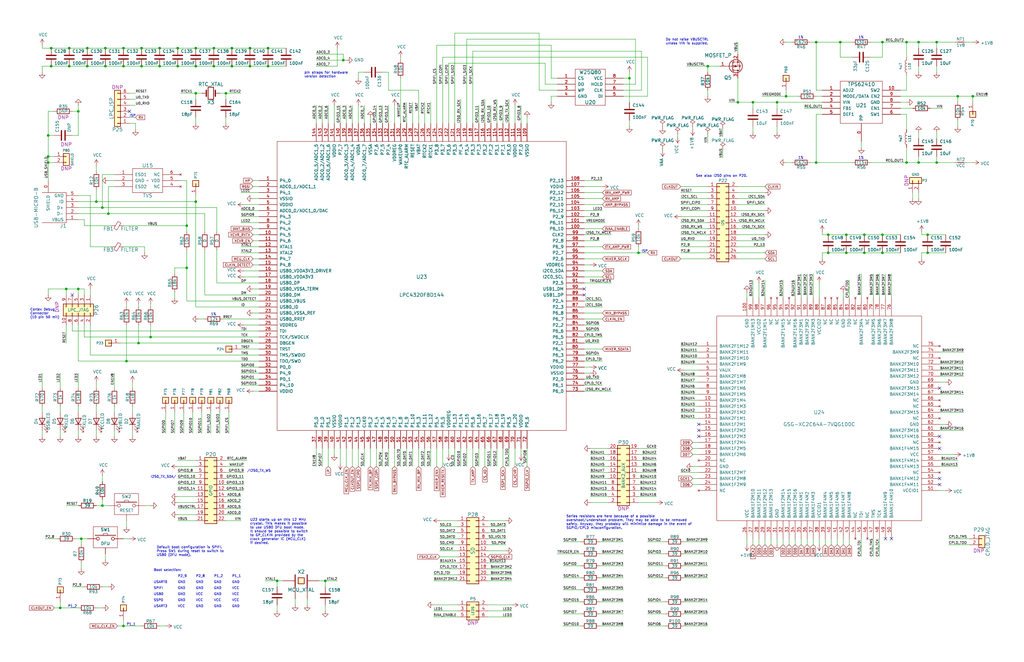
<source format=kicad_sch>
(kicad_sch (version 20211123) (generator eeschema)
  (paper "USLedger")
  (title_block (title "HackRF One") (date "2022-08-29") (rev "r9") (company "Copyright 2012-2022 Great Scott Gadgets") (comment 1 "Michael Ossmann") (comment 2 "Licensed under the CERN-OHL-P v2"))
  (junction (at 34.29 227.33))
  (junction (at 354.33 17.78))
  (junction (at 29.21 27.94))
  (junction (at 311.15 43.18))
  (junction (at 20.32 68.58))
  (junction (at 137.16 245.11))
  (junction (at 116.84 245.11))
  (junction (at 344.17 68.58))
  (junction (at 269.24 106.68))
  (junction (at 90.17 27.94))
  (junction (at 391.16 106.68))
  (junction (at 331.47 40.64))
  (junction (at 67.31 20.32))
  (junction (at 394.97 17.78))
  (junction (at 52.07 264.16))
  (junction (at 20.32 66.04))
  (junction (at 403.86 40.64))
  (junction (at 33.02 121.92))
  (junction (at 372.11 99.06))
  (junction (at 27.94 121.92))
  (junction (at 74.93 27.94))
  (junction (at 113.03 20.32))
  (junction (at 63.5 142.24))
  (junction (at 52.07 27.94))
  (junction (at 67.31 27.94))
  (junction (at 349.25 106.68))
  (junction (at 36.83 27.94))
  (junction (at 33.02 46.99))
  (junction (at 82.55 39.37))
  (junction (at 364.49 106.68))
  (junction (at 82.55 20.32))
  (junction (at 113.03 27.94))
  (junction (at 78.74 113.03))
  (junction (at 95.25 39.37))
  (junction (at 82.55 27.94))
  (junction (at 144.78 25.4))
  (junction (at 372.11 17.78))
  (junction (at 82.55 85.09))
  (junction (at 53.34 152.4))
  (junction (at 298.45 27.94))
  (junction (at 59.69 20.32))
  (junction (at 44.45 20.32))
  (junction (at 58.42 144.78))
  (junction (at 317.5 43.18))
  (junction (at 78.74 95.25))
  (junction (at 43.18 87.63))
  (junction (at 387.35 68.58))
  (junction (at 387.35 17.78))
  (junction (at 97.79 20.32))
  (junction (at 74.93 20.32))
  (junction (at 105.41 27.94))
  (junction (at 59.69 27.94))
  (junction (at 21.59 20.32))
  (junction (at 29.21 20.32))
  (junction (at 36.83 20.32))
  (junction (at 97.79 27.94))
  (junction (at 364.49 99.06))
  (junction (at 20.32 57.15))
  (junction (at 382.27 17.78))
  (junction (at 43.18 213.36))
  (junction (at 356.87 106.68))
  (junction (at 391.16 99.06))
  (junction (at 45.72 90.17))
  (junction (at 382.27 68.58))
  (junction (at 105.41 20.32))
  (junction (at 52.07 20.32))
  (junction (at 394.97 68.58))
  (junction (at 44.45 27.94))
  (junction (at 372.11 106.68))
  (junction (at 344.17 17.78))
  (junction (at 349.25 99.06))
  (junction (at 40.64 85.09))
  (junction (at 327.66 43.18))
  (junction (at 21.59 27.94))
  (junction (at 265.43 33.02))
  (junction (at 356.87 99.06))
  (junction (at 25.4 256.54))
  (junction (at 90.17 20.32))
  (junction (at 410.21 40.64))
  (no_connect (at 396.24 204.47))
  (no_connect (at 396.24 184.15))
  (no_connect (at 294.64 181.61))
  (no_connect (at 54.61 46.99))
  (no_connect (at 294.64 184.15))
  (no_connect (at 246.38 121.92))
  (no_connect (at 246.38 124.46))
  (no_connect (at 396.24 163.83))
  (no_connect (at 294.64 179.07))
  (no_connect (at 375.92 227.33))
  (no_connect (at 396.24 189.23))
  (no_connect (at 30.48 124.46))
  (no_connect (at 396.24 201.93))
  (no_connect (at 373.38 227.33))
  (wire (pts (xy 246.38 129.54) (xy 254 129.54)))
  (wire (pts (xy 265.43 33.02) (xy 265.43 43.18)))
  (wire (pts (xy 176.53 196.85) (xy 176.53 189.23)))
  (wire (pts (xy 394.97 30.48) (xy 394.97 27.94)))
  (wire (pts (xy 181.61 43.18) (xy 181.61 52.07)))
  (wire (pts (xy 382.27 17.78) (xy 382.27 24.13)))
  (wire (pts (xy 137.16 245.11) (xy 142.24 245.11)))
  (wire (pts (xy 322.58 101.6) (xy 311.15 101.6)))
  (wire (pts (xy 58.42 137.16) (xy 58.42 144.78)))
  (wire (pts (xy 382.27 68.58) (xy 382.27 62.23)))
  (wire (pts (xy 20.32 121.92) (xy 27.94 121.92)))
  (wire (pts (xy 142.24 20.32) (xy 142.24 27.94)))
  (wire (pts (xy 133.35 22.86) (xy 144.78 22.86)))
  (wire (pts (xy 340.36 125.73) (xy 340.36 115.57)))
  (wire (pts (xy 254 86.36) (xy 246.38 86.36)))
  (wire (pts (xy 368.3 125.73) (xy 368.3 115.57)))
  (wire (pts (xy 382.27 38.1) (xy 379.73 38.1)))
  (wire (pts (xy 322.58 125.73) (xy 322.58 118.11)))
  (wire (pts (xy 135.89 189.23) (xy 135.89 196.85)))
  (wire (pts (xy 78.74 113.03) (xy 78.74 127)))
  (wire (pts (xy 151.13 30.48) (xy 153.67 30.48)))
  (wire (pts (xy 201.93 189.23) (xy 201.93 196.85)))
  (wire (pts (xy 246.38 99.06) (xy 257.81 99.06)))
  (wire (pts (xy 54.61 41.91) (xy 57.15 41.91)))
  (wire (pts (xy 102.87 199.39) (xy 95.25 199.39)))
  (wire (pts (xy 179.07 189.23) (xy 179.07 196.85)))
  (wire (pts (xy 222.25 189.23) (xy 222.25 196.85)))
  (wire (pts (xy 27.94 121.92) (xy 27.94 124.46)))
  (wire (pts (xy 280.67 264.16) (xy 273.05 264.16)))
  (wire (pts (xy 199.39 189.23) (xy 199.39 196.85)))
  (wire (pts (xy 372.11 17.78) (xy 382.27 17.78)))
  (wire (pts (xy 30.48 137.16) (xy 30.48 139.7)))
  (wire (pts (xy 248.92 201.93) (xy 256.54 201.93)))
  (wire (pts (xy 354.33 24.13) (xy 359.41 24.13)))
  (wire (pts (xy 29.21 20.32) (xy 36.83 20.32)))
  (wire (pts (xy 353.06 227.33) (xy 353.06 229.87)))
  (wire (pts (xy 232.41 19.05) (xy 184.15 19.05)))
  (wire (pts (xy 185.42 237.49) (xy 193.04 237.49)))
  (wire (pts (xy 207.01 189.23) (xy 207.01 196.85)))
  (wire (pts (xy 171.45 196.85) (xy 171.45 189.23)))
  (wire (pts (xy 54.61 49.53) (xy 57.15 49.53)))
  (wire (pts (xy 379.73 40.64) (xy 403.86 40.64)))
  (wire (pts (xy 29.21 27.94) (xy 36.83 27.94)))
  (wire (pts (xy 246.38 106.68) (xy 269.24 106.68)))
  (wire (pts (xy 153.67 189.23) (xy 153.67 196.85)))
  (wire (pts (xy 109.22 99.06) (xy 106.68 99.06)))
  (wire (pts (xy 394.97 68.58) (xy 402.59 68.58)))
  (wire (pts (xy 322.58 83.82) (xy 311.15 83.82)))
  (wire (pts (xy 21.59 20.32) (xy 29.21 20.32)))
  (wire (pts (xy 269.24 106.68) (xy 273.05 106.68)))
  (wire (pts (xy 279.4 62.865) (xy 279.4 63.5)))
  (wire (pts (xy 269.24 95.25) (xy 269.24 96.52)))
  (wire (pts (xy 367.03 68.58) (xy 382.27 68.58)))
  (wire (pts (xy 354.33 17.78) (xy 354.33 24.13)))
  (wire (pts (xy 273.05 40.64) (xy 262.89 40.64)))
  (wire (pts (xy 33.02 85.09) (xy 40.64 85.09)))
  (wire (pts (xy 33.02 121.92) (xy 35.56 121.92)))
  (wire (pts (xy 307.34 43.18) (xy 311.15 43.18)))
  (wire (pts (xy 17.78 19.05) (xy 17.78 20.32)))
  (wire (pts (xy 322.58 227.33) (xy 322.58 229.87)))
  (wire (pts (xy 246.38 165.1) (xy 257.81 165.1)))
  (wire (pts (xy 85.09 182.88) (xy 85.09 173.99)))
  (wire (pts (xy 269.24 196.85) (xy 276.86 196.85)))
  (wire (pts (xy 294.64 176.53) (xy 287.02 176.53)))
  (wire (pts (xy 342.9 125.73) (xy 342.9 115.57)))
  (wire (pts (xy 246.38 93.98) (xy 255.27 93.98)))
  (wire (pts (xy 246.38 83.82) (xy 254 83.82)))
  (wire (pts (xy 287.02 163.83) (xy 294.64 163.83)))
  (wire (pts (xy 90.17 27.94) (xy 97.79 27.94)))
  (wire (pts (xy 246.38 139.7) (xy 252.73 139.7)))
  (wire (pts (xy 410.21 40.64) (xy 416.56 40.64)))
  (wire (pts (xy 153.67 44.45) (xy 153.67 52.07)))
  (wire (pts (xy 82.55 217.17) (xy 74.93 217.17)))
  (wire (pts (xy 288.29 243.84) (xy 298.45 243.84)))
  (wire (pts (xy 248.92 191.77) (xy 256.54 191.77)))
  (wire (pts (xy 20.32 57.15) (xy 22.86 57.15)))
  (wire (pts (xy 82.55 199.39) (xy 74.93 199.39)))
  (wire (pts (xy 331.47 40.64) (xy 336.55 40.64)))
  (wire (pts (xy 367.03 24.13) (xy 372.11 24.13)))
  (wire (pts (xy 38.1 121.92) (xy 38.1 124.46)))
  (wire (pts (xy 58.42 144.78) (xy 109.22 144.78)))
  (wire (pts (xy 280.67 243.84) (xy 273.05 243.84)))
  (wire (pts (xy 43.18 213.36) (xy 43.18 210.82)))
  (wire (pts (xy 33.02 213.36) (xy 27.94 213.36)))
  (wire (pts (xy 205.74 242.57) (xy 215.9 242.57)))
  (wire (pts (xy 334.01 68.58) (xy 331.47 68.58)))
  (wire (pts (xy 55.88 161.29) (xy 55.88 163.83)))
  (wire (pts (xy 227.33 38.1) (xy 234.95 38.1)))
  (wire (pts (xy 151.13 44.45) (xy 151.13 52.07)))
  (wire (pts (xy 45.72 247.65) (xy 43.18 247.65)))
  (wire (pts (xy 245.11 243.84) (xy 237.49 243.84)))
  (wire (pts (xy 48.26 157.48) (xy 48.26 163.83)))
  (wire (pts (xy 252.73 238.76) (xy 262.89 238.76)))
  (wire (pts (xy 311.15 86.36) (xy 322.58 86.36)))
  (wire (pts (xy 394.97 17.78) (xy 402.59 17.78)))
  (wire (pts (xy 292.1 53.34) (xy 292.1 54.61)))
  (wire (pts (xy 82.55 27.94) (xy 90.17 27.94)))
  (wire (pts (xy 246.38 96.52) (xy 254 96.52)))
  (wire (pts (xy 33.02 171.45) (xy 33.02 173.99)))
  (wire (pts (xy 407.67 17.78) (xy 410.21 17.78)))
  (wire (pts (xy 74.93 194.31) (xy 82.55 194.31)))
  (wire (pts (xy 245.11 248.92) (xy 237.49 248.92)))
  (wire (pts (xy 43.18 256.54) (xy 40.64 256.54)))
  (wire (pts (xy 90.17 20.32) (xy 97.79 20.32)))
  (wire (pts (xy 288.29 259.08) (xy 298.45 259.08)))
  (wire (pts (xy 214.63 189.23) (xy 214.63 196.85)))
  (wire (pts (xy 331.47 38.1) (xy 331.47 40.64)))
  (wire (pts (xy 81.28 182.88) (xy 81.28 173.99)))
  (wire (pts (xy 382.27 43.18) (xy 379.73 43.18)))
  (wire (pts (xy 408.94 229.87) (xy 400.05 229.87)))
  (wire (pts (xy 280.67 228.6) (xy 273.05 228.6)))
  (wire (pts (xy 256.54 199.39) (xy 248.92 199.39)))
  (wire (pts (xy 384.81 45.72) (xy 379.73 45.72)))
  (wire (pts (xy 49.53 264.16) (xy 52.07 264.16)))
  (wire (pts (xy 287.02 173.99) (xy 294.64 173.99)))
  (wire (pts (xy 63.5 142.24) (xy 109.22 142.24)))
  (wire (pts (xy 102.87 114.3) (xy 109.22 114.3)))
  (wire (pts (xy 60.96 213.36) (xy 63.5 213.36)))
  (wire (pts (xy 73.66 113.03) (xy 73.66 115.57)))
  (wire (pts (xy 246.38 132.08) (xy 254 132.08)))
  (wire (pts (xy 82.55 209.55) (xy 74.93 209.55)))
  (wire (pts (xy 181.61 189.23) (xy 181.61 196.85)))
  (wire (pts (xy 156.21 189.23) (xy 156.21 196.85)))
  (wire (pts (xy 95.25 52.07) (xy 95.25 49.53)))
  (wire (pts (xy 78.74 76.2) (xy 78.74 95.25)))
  (wire (pts (xy 252.73 254) (xy 262.89 254)))
  (wire (pts (xy 349.25 106.68) (xy 356.87 106.68)))
  (wire (pts (xy 396.24 179.07) (xy 398.78 179.07)))
  (wire (pts (xy 367.03 17.78) (xy 372.11 17.78)))
  (wire (pts (xy 288.29 264.16) (xy 298.45 264.16)))
  (wire (pts (xy 22.86 256.54) (xy 25.4 256.54)))
  (wire (pts (xy 252.73 233.68) (xy 262.89 233.68)))
  (wire (pts (xy 387.35 17.78) (xy 387.35 20.32)))
  (wire (pts (xy 30.48 46.99) (xy 33.02 46.99)))
  (wire (pts (xy 322.58 81.28) (xy 311.15 81.28)))
  (wire (pts (xy 327.66 43.18) (xy 346.71 43.18)))
  (wire (pts (xy 138.43 52.07) (xy 138.43 44.45)))
  (wire (pts (xy 396.24 148.59) (xy 406.4 148.59)))
  (wire (pts (xy 276.86 209.55) (xy 269.24 209.55)))
  (wire (pts (xy 185.42 219.71) (xy 193.04 219.71)))
  (wire (pts (xy 138.43 196.85) (xy 138.43 189.23)))
  (wire (pts (xy 212.09 52.07) (xy 212.09 44.45)))
  (wire (pts (xy 280.67 233.68) (xy 273.05 233.68)))
  (wire (pts (xy 294.64 158.75) (xy 287.02 158.75)))
  (wire (pts (xy 317.5 227.33) (xy 317.5 229.87)))
  (wire (pts (xy 143.51 52.07) (xy 143.51 44.45)))
  (wire (pts (xy 78.74 105.41) (xy 78.74 113.03)))
  (wire (pts (xy 176.53 38.1) (xy 176.53 52.07)))
  (wire (pts (xy 248.92 207.01) (xy 256.54 207.01)))
  (wire (pts (xy 109.22 78.74) (xy 106.68 78.74)))
  (wire (pts (xy 317.5 43.18) (xy 327.66 43.18)))
  (wire (pts (xy 82.55 20.32) (xy 90.17 20.32)))
  (wire (pts (xy 294.64 171.45) (xy 287.02 171.45)))
  (wire (pts (xy 140.97 191.77) (xy 140.97 189.23)))
  (wire (pts (xy 106.68 111.76) (xy 109.22 111.76)))
  (wire (pts (xy 137.16 247.65) (xy 137.16 245.11)))
  (wire (pts (xy 96.52 182.88) (xy 96.52 173.99)))
  (wire (pts (xy 20.32 66.04) (xy 20.32 68.58)))
  (wire (pts (xy 74.93 201.93) (xy 82.55 201.93)))
  (wire (pts (xy 205.74 229.87) (xy 213.36 229.87)))
  (wire (pts (xy 163.83 30.48) (xy 163.83 38.1)))
  (wire (pts (xy 344.17 40.64) (xy 346.71 40.64)))
  (wire (pts (xy 288.29 156.21) (xy 294.64 156.21)))
  (wire (pts (xy 215.9 260.35) (xy 205.74 260.35)))
  (wire (pts (xy 358.14 227.33) (xy 358.14 229.87)))
  (wire (pts (xy 254 127) (xy 246.38 127)))
  (wire (pts (xy 109.22 162.56) (xy 101.6 162.56)))
  (wire (pts (xy 133.35 27.94) (xy 142.24 27.94)))
  (wire (pts (xy 17.78 181.61) (xy 17.78 184.15)))
  (wire (pts (xy 327.66 43.18) (xy 327.66 45.72)))
  (wire (pts (xy 287.02 91.44) (xy 298.45 91.44)))
  (wire (pts (xy 163.83 52.07) (xy 163.83 44.45)))
  (wire (pts (xy 273.05 238.76) (xy 280.67 238.76)))
  (wire (pts (xy 287.02 106.68) (xy 298.45 106.68)))
  (wire (pts (xy 322.58 106.68) (xy 311.15 106.68)))
  (wire (pts (xy 43.18 213.36) (xy 45.72 213.36)))
  (wire (pts (xy 347.98 227.33) (xy 347.98 229.87)))
  (wire (pts (xy 20.32 121.92) (xy 20.32 124.46)))
  (wire (pts (xy 396.24 173.99) (xy 406.4 173.99)))
  (wire (pts (xy 215.9 245.11) (xy 205.74 245.11)))
  (wire (pts (xy 60.96 104.14) (xy 60.96 106.68)))
  (wire (pts (xy 246.38 101.6) (xy 252.73 101.6)))
  (wire (pts (xy 168.91 24.13) (xy 168.91 25.4)))
  (wire (pts (xy 294.64 151.13) (xy 287.02 151.13)))
  (wire (pts (xy 73.66 125.73) (xy 73.66 123.19)))
  (wire (pts (xy 82.55 39.37) (xy 85.09 39.37)))
  (wire (pts (xy 254 76.2) (xy 246.38 76.2)))
  (wire (pts (xy 245.11 259.08) (xy 237.49 259.08)))
  (wire (pts (xy 314.96 125.73) (xy 314.96 123.19)))
  (wire (pts (xy 101.6 88.9) (xy 109.22 88.9)))
  (wire (pts (xy 334.01 17.78) (xy 331.47 17.78)))
  (wire (pts (xy 166.37 44.45) (xy 166.37 52.07)))
  (wire (pts (xy 384.81 83.82) (xy 384.81 81.28)))
  (wire (pts (xy 294.64 186.69) (xy 292.1 186.69)))
  (wire (pts (xy 25.4 181.61) (xy 25.4 184.15)))
  (wire (pts (xy 246.38 142.24) (xy 254 142.24)))
  (wire (pts (xy 95.25 209.55) (xy 101.6 209.55)))
  (wire (pts (xy 20.32 66.04) (xy 22.86 66.04)))
  (wire (pts (xy 33.02 152.4) (xy 33.02 137.16)))
  (wire (pts (xy 21.59 27.94) (xy 29.21 27.94)))
  (wire (pts (xy 182.88 242.57) (xy 193.04 242.57)))
  (wire (pts (xy 298.45 27.94) (xy 303.53 27.94)))
  (wire (pts (xy 311.15 22.86) (xy 311.15 17.78)))
  (wire (pts (xy 246.38 88.9) (xy 254 88.9)))
  (wire (pts (xy 63.5 137.16) (xy 63.5 142.24)))
  (wire (pts (xy 34.29 227.33) (xy 36.83 227.33)))
  (wire (pts (xy 45.72 78.74) (xy 45.72 90.17)))
  (wire (pts (xy 287.02 83.82) (xy 298.45 83.82)))
  (wire (pts (xy 40.64 80.01) (xy 40.64 85.09)))
  (wire (pts (xy 398.78 207.01) (xy 396.24 207.01)))
  (wire (pts (xy 113.03 27.94) (xy 120.65 27.94)))
  (wire (pts (xy 314.96 229.87) (xy 314.96 227.33)))
  (wire (pts (xy 54.61 44.45) (xy 57.15 44.45)))
  (wire (pts (xy 394.97 68.58) (xy 394.97 66.04)))
  (wire (pts (xy 248.92 154.94) (xy 246.38 154.94)))
  (wire (pts (xy 191.77 13.97) (xy 191.77 52.07)))
  (wire (pts (xy 95.25 207.01) (xy 102.87 207.01)))
  (wire (pts (xy 388.62 106.68) (xy 388.62 109.22)))
  (wire (pts (xy 382.27 68.58) (xy 387.35 68.58)))
  (wire (pts (xy 403.86 40.64) (xy 410.21 40.64)))
  (wire (pts (xy 40.64 163.83) (xy 40.64 161.29)))
  (wire (pts (xy 322.58 91.44) (xy 311.15 91.44)))
  (wire (pts (xy 40.64 85.09) (xy 82.55 85.09)))
  (wire (pts (xy 102.87 116.84) (xy 109.22 116.84)))
  (wire (pts (xy 294.64 204.47) (xy 292.1 204.47)))
  (wire (pts (xy 209.55 189.23) (xy 209.55 196.85)))
  (wire (pts (xy 44.45 236.22) (xy 44.45 233.68)))
  (wire (pts (xy 387.35 83.82) (xy 387.35 81.28)))
  (wire (pts (xy 35.56 121.92) (xy 35.56 124.46)))
  (wire (pts (xy 20.32 68.58) (xy 20.32 76.2)))
  (wire (pts (xy 74.93 20.32) (xy 82.55 20.32)))
  (wire (pts (xy 34.29 229.87) (xy 34.29 227.33)))
  (wire (pts (xy 52.07 264.16) (xy 59.69 264.16)))
  (wire (pts (xy 95.25 214.63) (xy 101.6 214.63)))
  (wire (pts (xy 116.84 257.81) (xy 116.84 255.27)))
  (wire (pts (xy 194.31 189.23) (xy 194.31 196.85)))
  (wire (pts (xy 158.75 189.23) (xy 158.75 196.85)))
  (wire (pts (xy 344.17 48.26) (xy 346.71 48.26)))
  (wire (pts (xy 196.85 189.23) (xy 196.85 196.85)))
  (wire (pts (xy 133.35 25.4) (xy 144.78 25.4)))
  (wire (pts (xy 363.22 115.57) (xy 363.22 125.73)))
  (wire (pts (xy 109.22 149.86) (xy 38.1 149.86)))
  (wire (pts (xy 322.58 88.9) (xy 311.15 88.9)))
  (wire (pts (xy 304.8 57.785) (xy 304.8 53.975)))
  (wire (pts (xy 36.83 20.32) (xy 44.45 20.32)))
  (wire (pts (xy 396.24 158.75) (xy 406.4 158.75)))
  (wire (pts (xy 52.07 261.62) (xy 52.07 264.16)))
  (wire (pts (xy 31.75 227.33) (xy 34.29 227.33)))
  (wire (pts (xy 387.35 30.48) (xy 387.35 27.94)))
  (wire (pts (xy 69.85 182.88) (xy 69.85 173.99)))
  (wire (pts (xy 217.17 189.23) (xy 217.17 196.85)))
  (wire (pts (xy 248.92 111.76) (xy 246.38 111.76)))
  (wire (pts (xy 364.49 99.06) (xy 372.11 99.06)))
  (wire (pts (xy 280.67 254) (xy 273.05 254)))
  (wire (pts (xy 285.75 56.515) (xy 285.75 57.785)))
  (wire (pts (xy 186.69 24.13) (xy 186.69 52.07)))
  (wire (pts (xy 213.36 237.49) (xy 205.74 237.49)))
  (wire (pts (xy 294.64 166.37) (xy 287.02 166.37)))
  (wire (pts (xy 35.56 137.16) (xy 35.56 142.24)))
  (wire (pts (xy 205.74 227.33) (xy 213.36 227.33)))
  (wire (pts (xy 91.44 87.63) (xy 91.44 97.79)))
  (wire (pts (xy 341.63 17.78) (xy 344.17 17.78)))
  (wire (pts (xy 33.02 157.48) (xy 33.02 163.83)))
  (wire (pts (xy 273.05 24.13) (xy 273.05 40.64)))
  (wire (pts (xy 252.73 259.08) (xy 262.89 259.08)))
  (wire (pts (xy 95.25 39.37) (xy 95.25 41.91)))
  (wire (pts (xy 317.5 43.18) (xy 317.5 45.72)))
  (wire (pts (xy 193.04 232.41) (xy 185.42 232.41)))
  (wire (pts (xy 246.38 160.02) (xy 252.73 160.02)))
  (wire (pts (xy 364.49 106.68) (xy 372.11 106.68)))
  (wire (pts (xy 363.22 62.23) (xy 363.22 59.69)))
  (wire (pts (xy 344.17 17.78) (xy 354.33 17.78)))
  (wire (pts (xy 407.67 68.58) (xy 410.21 68.58)))
  (wire (pts (xy 116.84 247.65) (xy 116.84 245.11)))
  (wire (pts (xy 193.04 234.95) (xy 185.42 234.95)))
  (wire (pts (xy 74.93 207.01) (xy 82.55 207.01)))
  (wire (pts (xy 102.87 137.16) (xy 109.22 137.16)))
  (wire (pts (xy 356.87 106.68) (xy 364.49 106.68)))
  (wire (pts (xy 245.11 238.76) (xy 237.49 238.76)))
  (wire (pts (xy 148.59 189.23) (xy 148.59 196.85)))
  (wire (pts (xy 43.18 200.66) (xy 43.18 203.2)))
  (wire (pts (xy 30.48 139.7) (xy 109.22 139.7)))
  (wire (pts (xy 189.23 191.77) (xy 189.23 189.23)))
  (wire (pts (xy 391.16 99.06) (xy 398.78 99.06)))
  (wire (pts (xy 34.29 240.03) (xy 34.29 237.49)))
  (wire (pts (xy 151.13 33.02) (xy 151.13 30.48)))
  (wire (pts (xy 102.87 86.36) (xy 109.22 86.36)))
  (wire (pts (xy 25.4 157.48) (xy 25.4 163.83)))
  (wire (pts (xy 82.55 39.37) (xy 82.55 41.91)))
  (wire (pts (xy 320.04 125.73) (xy 320.04 119.38)))
  (wire (pts (xy 287.02 109.22) (xy 298.45 109.22)))
  (wire (pts (xy 67.31 27.94) (xy 74.93 27.94)))
  (wire (pts (xy 246.38 144.78) (xy 252.73 144.78)))
  (wire (pts (xy 232.41 43.18) (xy 232.41 40.64)))
  (wire (pts (xy 33.02 152.4) (xy 53.34 152.4)))
  (wire (pts (xy 17.78 20.32) (xy 21.59 20.32)))
  (wire (pts (xy 78.74 113.03) (xy 73.66 113.03)))
  (wire (pts (xy 156.21 49.53) (xy 156.21 52.07)))
  (wire (pts (xy 254 116.84) (xy 246.38 116.84)))
  (wire (pts (xy 82.55 129.54) (xy 109.22 129.54)))
  (wire (pts (xy 396.24 194.31) (xy 403.86 194.31)))
  (wire (pts (xy 106.68 76.2) (xy 109.22 76.2)))
  (wire (pts (xy 254 78.74) (xy 246.38 78.74)))
  (wire (pts (xy 193.04 222.25) (xy 185.42 222.25)))
  (wire (pts (xy 24.13 227.33) (xy 19.05 227.33)))
  (wire (pts (xy 101.6 219.71) (xy 95.25 219.71)))
  (wire (pts (xy 95.25 212.09) (xy 101.6 212.09)))
  (wire (pts (xy 193.04 229.87) (xy 185.42 229.87)))
  (wire (pts (xy 287.02 88.9) (xy 298.45 88.9)))
  (wire (pts (xy 388.62 106.68) (xy 391.16 106.68)))
  (wire (pts (xy 91.44 105.41) (xy 91.44 119.38)))
  (wire (pts (xy 335.28 125.73) (xy 335.28 118.11)))
  (wire (pts (xy 287.02 199.39) (xy 294.64 199.39)))
  (wire (pts (xy 370.84 227.33) (xy 370.84 234.95)))
  (wire (pts (xy 59.69 27.94) (xy 67.31 27.94)))
  (wire (pts (xy 276.86 199.39) (xy 269.24 199.39)))
  (wire (pts (xy 102.87 196.85) (xy 95.25 196.85)))
  (wire (pts (xy 387.35 68.58) (xy 394.97 68.58)))
  (wire (pts (xy 335.28 227.33) (xy 335.28 229.87)))
  (wire (pts (xy 311.15 33.02) (xy 311.15 43.18)))
  (wire (pts (xy 40.64 171.45) (xy 40.64 173.99)))
  (wire (pts (xy 254 81.28) (xy 246.38 81.28)))
  (wire (pts (xy 349.25 99.06) (xy 356.87 99.06)))
  (wire (pts (xy 55.88 181.61) (xy 55.88 184.15)))
  (wire (pts (xy 403.86 43.18) (xy 403.86 40.64)))
  (wire (pts (xy 209.55 52.07) (xy 209.55 41.91)))
  (wire (pts (xy 372.11 99.06) (xy 379.73 99.06)))
  (wire (pts (xy 245.11 233.68) (xy 234.95 233.68)))
  (wire (pts (xy 182.88 255.27) (xy 193.04 255.27)))
  (wire (pts (xy 204.47 196.85) (xy 204.47 189.23)))
  (wire (pts (xy 294.64 196.85) (xy 292.1 196.85)))
  (wire (pts (xy 109.22 93.98) (xy 101.6 93.98)))
  (wire (pts (xy 337.82 125.73) (xy 337.82 115.57)))
  (wire (pts (xy 161.29 52.07) (xy 161.29 44.45)))
  (wire (pts (xy 246.38 149.86) (xy 252.73 149.86)))
  (wire (pts (xy 232.41 40.64) (xy 234.95 40.64)))
  (wire (pts (xy 35.56 95.25) (xy 35.56 92.71)))
  (wire (pts (xy 330.2 125.73) (xy 330.2 118.11)))
  (wire (pts (xy 375.92 115.57) (xy 375.92 125.73)))
  (wire (pts (xy 287.02 101.6) (xy 298.45 101.6)))
  (wire (pts (xy 53.34 128.27) (xy 53.34 129.54)))
  (wire (pts (xy 17.78 163.83) (xy 17.78 157.48)))
  (wire (pts (xy 207.01 52.07) (xy 207.01 44.45)))
  (wire (pts (xy 205.74 224.79) (xy 213.36 224.79)))
  (wire (pts (xy 298.45 96.52) (xy 287.02 96.52)))
  (wire (pts (xy 276.86 191.77) (xy 269.24 191.77)))
  (wire (pts (xy 372.11 24.13) (xy 372.11 17.78)))
  (wire (pts (xy 193.04 227.33) (xy 185.42 227.33)))
  (wire (pts (xy 396.24 153.67) (xy 406.4 153.67)))
  (wire (pts (xy 25.4 171.45) (xy 25.4 173.99)))
  (wire (pts (xy 215.9 240.03) (xy 205.74 240.03)))
  (wire (pts (xy 143.51 195.58) (xy 143.51 189.23)))
  (wire (pts (xy 322.58 78.74) (xy 311.15 78.74)))
  (wire (pts (xy 17.78 171.45) (xy 17.78 173.99)))
  (wire (pts (xy 86.36 105.41) (xy 86.36 124.46)))
  (wire (pts (xy 363.22 227.33) (xy 363.22 234.95)))
  (wire (pts (xy 245.11 254) (xy 237.49 254)))
  (wire (pts (xy 219.71 52.07) (xy 219.71 44.45)))
  (wire (pts (xy 346.71 38.1) (xy 344.17 38.1)))
  (wire (pts (xy 317.5 125.73) (xy 317.5 118.11)))
  (wire (pts (xy 267.97 16.51) (xy 267.97 35.56)))
  (wire (pts (xy 33.02 90.17) (xy 45.72 90.17)))
  (wire (pts (xy 256.54 194.31) (xy 248.92 194.31)))
  (wire (pts (xy 92.71 182.88) (xy 92.71 173.99)))
  (wire (pts (xy 104.14 194.31) (xy 95.25 194.31)))
  (wire (pts (xy 256.54 209.55) (xy 248.92 209.55)))
  (wire (pts (xy 248.92 212.09) (xy 256.54 212.09)))
  (wire (pts (xy 252.73 264.16) (xy 262.89 264.16)))
  (wire (pts (xy 354.33 17.78) (xy 359.41 17.78)))
  (wire (pts (xy 267.97 35.56) (xy 262.89 35.56)))
  (wire (pts (xy 106.68 96.52) (xy 109.22 96.52)))
  (wire (pts (xy 93.98 134.62) (xy 109.22 134.62)))
  (wire (pts (xy 67.31 20.32) (xy 74.93 20.32)))
  (wire (pts (xy 344.17 68.58) (xy 359.41 68.58)))
  (wire (pts (xy 287.02 99.06) (xy 298.45 99.06)))
  (wire (pts (xy 109.22 106.68) (xy 101.6 106.68)))
  (wire (pts (xy 262.89 33.02) (xy 265.43 33.02)))
  (wire (pts (xy 270.51 21.59) (xy 270.51 38.1)))
  (wire (pts (xy 265.43 53.34) (xy 265.43 50.8)))
  (wire (pts (xy 344.17 68.58) (xy 344.17 48.26)))
  (wire (pts (xy 20.32 57.15) (xy 20.32 66.04)))
  (wire (pts (xy 229.87 35.56) (xy 234.95 35.56)))
  (wire (pts (xy 40.64 181.61) (xy 40.64 184.15)))
  (wire (pts (xy 287.02 168.91) (xy 294.64 168.91)))
  (wire (pts (xy 88.9 182.88) (xy 88.9 173.99)))
  (wire (pts (xy 322.58 99.06) (xy 311.15 99.06)))
  (wire (pts (xy 256.54 189.23) (xy 248.92 189.23)))
  (wire (pts (xy 246.38 162.56) (xy 254 162.56)))
  (wire (pts (xy 396.24 156.21) (xy 406.4 156.21)))
  (wire (pts (xy 106.68 83.82) (xy 109.22 83.82)))
  (wire (pts (xy 168.91 33.02) (xy 168.91 52.07)))
  (wire (pts (xy 254 147.32) (xy 246.38 147.32)))
  (wire (pts (xy 146.05 189.23) (xy 146.05 196.85)))
  (wire (pts (xy 339.09 45.72) (xy 346.71 45.72)))
  (wire (pts (xy 109.22 101.6) (xy 106.68 101.6)))
  (wire (pts (xy 294.64 191.77) (xy 292.1 191.77)))
  (wire (pts (xy 52.07 227.33) (xy 54.61 227.33)))
  (wire (pts (xy 394.97 17.78) (xy 394.97 20.32)))
  (wire (pts (xy 109.22 109.22) (xy 106.68 109.22)))
  (wire (pts (xy 36.83 27.94) (xy 44.45 27.94)))
  (wire (pts (xy 48.26 78.74) (xy 45.72 78.74)))
  (wire (pts (xy 50.8 144.78) (xy 58.42 144.78)))
  (wire (pts (xy 265.43 30.48) (xy 265.43 33.02)))
  (wire (pts (xy 321.31 40.64) (xy 331.47 40.64)))
  (wire (pts (xy 73.66 182.88) (xy 73.66 173.99)))
  (wire (pts (xy 288.29 228.6) (xy 298.45 228.6)))
  (wire (pts (xy 304.8 66.675) (xy 304.8 62.865)))
  (wire (pts (xy 410.21 40.64) (xy 410.21 43.18)))
  (wire (pts (xy 396.24 161.29) (xy 398.78 161.29)))
  (wire (pts (xy 246.38 91.44) (xy 252.73 91.44)))
  (wire (pts (xy 105.41 27.94) (xy 113.03 27.94)))
  (wire (pts (xy 105.41 20.32) (xy 113.03 20.32)))
  (wire (pts (xy 137.16 257.81) (xy 137.16 255.27)))
  (wire (pts (xy 287.02 104.14) (xy 298.45 104.14)))
  (wire (pts (xy 373.38 125.73) (xy 373.38 115.57)))
  (wire (pts (xy 391.16 106.68) (xy 398.78 106.68)))
  (wire (pts (xy 179.07 52.07) (xy 179.07 43.18)))
  (wire (pts (xy 102.87 204.47) (xy 95.25 204.47)))
  (wire (pts (xy 294.64 146.05) (xy 287.02 146.05)))
  (wire (pts (xy 109.22 81.28) (xy 101.6 81.28)))
  (wire (pts (xy 135.89 44.45) (xy 135.89 52.07)))
  (wire (pts (xy 368.3 227.33) (xy 368.3 234.95)))
  (wire (pts (xy 358.14 125.73) (xy 358.14 118.11)))
  (wire (pts (xy 53.34 219.71) (xy 53.34 222.25)))
  (wire (pts (xy 109.22 154.94) (xy 101.6 154.94)))
  (wire (pts (xy 396.24 196.85) (xy 403.86 196.85)))
  (wire (pts (xy 248.92 157.48) (xy 246.38 157.48)))
  (wire (pts (xy 322.58 104.14) (xy 311.15 104.14)))
  (wire (pts (xy 76.2 39.37) (xy 82.55 39.37)))
  (wire (pts (xy 151.13 196.85) (xy 151.13 189.23)))
  (wire (pts (xy 408.94 227.33) (xy 400.05 227.33)))
  (wire (pts (xy 144.78 22.86) (xy 144.78 25.4)))
  (wire (pts (xy 196.85 16.51) (xy 267.97 16.51)))
  (wire (pts (xy 227.33 13.97) (xy 227.33 38.1)))
  (wire (pts (xy 191.77 189.23) (xy 191.77 196.85)))
  (wire (pts (xy 53.34 152.4) (xy 109.22 152.4)))
  (wire (pts (xy 270.51 38.1) (xy 262.89 38.1)))
  (wire (pts (xy 27.94 137.16) (xy 27.94 144.78)))
  (wire (pts (xy 53.34 137.16) (xy 53.34 152.4)))
  (wire (pts (xy 327.66 229.87) (xy 327.66 227.33)))
  (wire (pts (xy 289.56 27.94) (xy 298.45 27.94)))
  (wire (pts (xy 33.02 87.63) (xy 43.18 87.63)))
  (wire (pts (xy 330.2 227.33) (xy 330.2 229.87)))
  (wire (pts (xy 78.74 127) (xy 109.22 127)))
  (wire (pts (xy 196.85 52.07) (xy 196.85 16.51)))
  (wire (pts (xy 25.4 254) (xy 25.4 256.54)))
  (wire (pts (xy 146.05 44.45) (xy 146.05 52.07)))
  (wire (pts (xy 325.12 227.33) (xy 325.12 229.87)))
  (wire (pts (xy 193.04 240.03) (xy 185.42 240.03)))
  (wire (pts (xy 43.18 73.66) (xy 48.26 73.66)))
  (wire (pts (xy 298.45 86.36) (xy 287.02 86.36)))
  (wire (pts (xy 97.79 27.94) (xy 105.41 27.94)))
  (wire (pts (xy 182.88 245.11) (xy 193.04 245.11)))
  (wire (pts (xy 245.11 228.6) (xy 237.49 228.6)))
  (wire (pts (xy 370.84 115.57) (xy 370.84 125.73)))
  (wire (pts (xy 287.02 148.59) (xy 294.64 148.59)))
  (wire (pts (xy 133.35 189.23) (xy 133.35 196.85)))
  (wire (pts (xy 67.31 264.16) (xy 69.85 264.16)))
  (wire (pts (xy 346.71 97.79) (xy 346.71 99.06)))
  (wire (pts (xy 86.36 90.17) (xy 86.36 97.79)))
  (wire (pts (xy 134.62 245.11) (xy 137.16 245.11)))
  (wire (pts (xy 217.17 44.45) (xy 217.17 52.07)))
  (wire (pts (xy 52.07 104.14) (xy 60.96 104.14)))
  (wire (pts (xy 163.83 189.23) (xy 163.83 196.85)))
  (wire (pts (xy 246.38 152.4) (xy 254 152.4)))
  (wire (pts (xy 106.68 121.92) (xy 109.22 121.92)))
  (wire (pts (xy 101.6 104.14) (xy 109.22 104.14)))
  (wire (pts (xy 342.9 227.33) (xy 342.9 229.87)))
  (wire (pts (xy 219.71 191.77) (xy 219.71 189.23)))
  (wire (pts (xy 161.29 189.23) (xy 161.29 196.85)))
  (wire (pts (xy 248.92 196.85) (xy 256.54 196.85)))
  (wire (pts (xy 48.26 171.45) (xy 48.26 173.99)))
  (wire (pts (xy 252.73 228.6) (xy 262.89 228.6)))
  (wire (pts (xy 234.95 33.02) (xy 232.41 33.02)))
  (wire (pts (xy 109.22 157.48) (xy 101.6 157.48)))
  (wire (pts (xy 20.32 46.99) (xy 20.32 57.15)))
  (wire (pts (xy 320.04 227.33) (xy 320.04 229.87)))
  (wire (pts (xy 269.24 207.01) (xy 276.86 207.01)))
  (wire (pts (xy 82.55 214.63) (xy 74.93 214.63)))
  (wire (pts (xy 45.72 76.2) (xy 48.26 76.2)))
  (wire (pts (xy 43.18 87.63) (xy 91.44 87.63)))
  (wire (pts (xy 346.71 99.06) (xy 349.25 99.06)))
  (wire (pts (xy 44.45 20.32) (xy 52.07 20.32)))
  (wire (pts (xy 54.61 39.37) (xy 57.15 39.37)))
  (wire (pts (xy 82.55 212.09) (xy 74.93 212.09)))
  (wire (pts (xy 82.55 85.09) (xy 82.55 129.54)))
  (wire (pts (xy 276.86 212.09) (xy 269.24 212.09)))
  (wire (pts (xy 294.64 189.23) (xy 292.1 189.23)))
  (wire (pts (xy 166.37 189.23) (xy 166.37 196.85)))
  (wire (pts (xy 212.09 189.23) (xy 212.09 196.85)))
  (wire (pts (xy 140.97 44.45) (xy 140.97 52.07)))
  (wire (pts (xy 48.26 181.61) (xy 48.26 184.15)))
  (wire (pts (xy 182.88 260.35) (xy 193.04 260.35)))
  (wire (pts (xy 246.38 109.22) (xy 254 109.22)))
  (wire (pts (xy 95.25 39.37) (xy 101.6 39.37)))
  (wire (pts (xy 287.02 81.28) (xy 298.45 81.28)))
  (wire (pts (xy 279.4 53.34) (xy 279.4 53.975)))
  (wire (pts (xy 33.02 46.99) (xy 33.02 57.15)))
  (wire (pts (xy 294.64 161.29) (xy 287.02 161.29)))
  (wire (pts (xy 346.71 106.68) (xy 346.71 109.22)))
  (wire (pts (xy 298.45 27.94) (xy 298.45 30.48)))
  (wire (pts (xy 33.02 181.61) (xy 33.02 184.15)))
  (wire (pts (xy 35.56 95.25) (xy 46.99 95.25)))
  (wire (pts (xy 222.25 49.53) (xy 222.25 52.07)))
  (wire (pts (xy 341.63 68.58) (xy 344.17 68.58)))
  (wire (pts (xy 344.17 38.1) (xy 344.17 17.78)))
  (wire (pts (xy 394.97 55.88) (xy 394.97 58.42)))
  (wire (pts (xy 396.24 181.61) (xy 406.4 181.61)))
  (wire (pts (xy 327.66 53.34) (xy 327.66 55.88)))
  (wire (pts (xy 59.69 20.32) (xy 67.31 20.32)))
  (wire (pts (xy 92.71 39.37) (xy 95.25 39.37)))
  (wire (pts (xy 193.04 224.79) (xy 185.42 224.79)))
  (wire (pts (xy 76.2 76.2) (xy 78.74 76.2)))
  (wire (pts (xy 33.02 57.15) (xy 30.48 57.15)))
  (wire (pts (xy 205.74 222.25) (xy 213.36 222.25)))
  (wire (pts (xy 387.35 55.88) (xy 387.35 58.42)))
  (wire (pts (xy 215.9 255.27) (xy 205.74 255.27)))
  (wire (pts (xy 345.44 229.87) (xy 345.44 227.33)))
  (wire (pts (xy 252.73 137.16) (xy 246.38 137.16)))
  (wire (pts (xy 229.87 26.67) (xy 229.87 35.56)))
  (wire (pts (xy 387.35 68.58) (xy 387.35 66.04)))
  (wire (pts (xy 113.03 20.32) (xy 120.65 20.32)))
  (wire (pts (xy 252.73 248.92) (xy 262.89 248.92)))
  (wire (pts (xy 173.99 189.23) (xy 173.99 196.85)))
  (wire (pts (xy 382.27 17.78) (xy 387.35 17.78)))
  (wire (pts (xy 129.54 255.27) (xy 129.54 252.73)))
  (wire (pts (xy 33.02 121.92) (xy 33.02 124.46)))
  (wire (pts (xy 173.99 43.18) (xy 173.99 52.07)))
  (wire (pts (xy 184.15 189.23) (xy 184.15 196.85)))
  (wire (pts (xy 403.86 53.34) (xy 403.86 50.8)))
  (wire (pts (xy 276.86 189.23) (xy 269.24 189.23)))
  (wire (pts (xy 288.29 254) (xy 298.45 254)))
  (wire (pts (xy 86.36 124.46) (xy 109.22 124.46)))
  (wire (pts (xy 287.02 93.98) (xy 298.45 93.98)))
  (wire (pts (xy 57.15 52.07) (xy 54.61 52.07)))
  (wire (pts (xy 109.22 147.32) (xy 101.6 147.32)))
  (wire (pts (xy 52.07 95.25) (xy 78.74 95.25)))
  (wire (pts (xy 204.47 52.07) (xy 204.47 41.91)))
  (wire (pts (xy 124.46 255.27) (xy 124.46 252.73)))
  (wire (pts (xy 276.86 204.47) (xy 269.24 204.47)))
  (wire (pts (xy 402.59 191.77) (xy 396.24 191.77)))
  (wire (pts (xy 148.59 44.45) (xy 148.59 52.07)))
  (wire (pts (xy 40.64 213.36) (xy 43.18 213.36)))
  (wire (pts (xy 44.45 27.94) (xy 52.07 27.94)))
  (wire (pts (xy 213.36 219.71) (xy 205.74 219.71)))
  (wire (pts (xy 33.02 82.55) (xy 38.1 82.55)))
  (wire (pts (xy 22.86 46.99) (xy 20.32 46.99)))
  (wire (pts (xy 27.94 121.92) (xy 33.02 121.92)))
  (wire (pts (xy 311.15 43.18) (xy 317.5 43.18)))
  (wire (pts (xy 214.63 52.07) (xy 214.63 41.91)))
  (wire (pts (xy 388.62 99.06) (xy 388.62 97.79)))
  (wire (pts (xy 78.74 95.25) (xy 78.74 97.79)))
  (wire (pts (xy 276.86 194.31) (xy 269.24 194.31)))
  (wire (pts (xy 74.93 219.71) (xy 82.55 219.71)))
  (wire (pts (xy 52.07 27.94) (xy 59.69 27.94)))
  (wire (pts (xy 186.69 24.13) (xy 273.05 24.13)))
  (wire (pts (xy 74.93 196.85) (xy 82.55 196.85)))
  (wire (pts (xy 17.78 27.94) (xy 21.59 27.94)))
  (wire (pts (xy 168.91 189.23) (xy 168.91 196.85)))
  (wire (pts (xy 246.38 104.14) (xy 254 104.14)))
  (wire (pts (xy 171.45 43.18) (xy 171.45 52.07)))
  (wire (pts (xy 332.74 227.33) (xy 332.74 229.87)))
  (wire (pts (xy 194.31 52.07) (xy 194.31 41.91)))
  (wire (pts (xy 40.64 69.85) (xy 40.64 72.39)))
  (wire (pts (xy 396.24 166.37) (xy 406.4 166.37)))
  (wire (pts (xy 82.55 204.47) (xy 74.93 204.47)))
  (wire (pts (xy 97.79 20.32) (xy 105.41 20.32)))
  (wire (pts (xy 355.6 125.73) (xy 355.6 123.19)))
  (wire (pts (xy 337.82 227.33) (xy 337.82 229.87)))
  (wire (pts (xy 144.78 25.4) (xy 146.05 25.4)))
  (wire (pts (xy 246.38 134.62) (xy 254 134.62)))
  (wire (pts (xy 294.64 201.93) (xy 292.1 201.93)))
  (wire (pts (xy 133.35 44.45) (xy 133.35 52.07)))
  (wire (pts (xy 91.44 119.38) (xy 109.22 119.38)))
  (wire (pts (xy 356.87 99.06) (xy 364.49 99.06)))
  (wire (pts (xy 95.25 217.17) (xy 101.6 217.17)))
  (wire (pts (xy 17.78 27.94) (xy 17.78 30.48)))
  (wire (pts (xy 269.24 104.14) (xy 269.24 106.68)))
  (wire (pts (xy 317.5 55.88) (xy 317.5 53.34)))
  (wire (pts (xy 55.88 171.45) (xy 55.88 173.99)))
  (wire (pts (xy 109.22 91.44) (xy 101.6 91.44)))
  (wire (pts (xy 189.23 52.07) (xy 189.23 26.67)))
  (wire (pts (xy 189.23 26.67) (xy 229.87 26.67)))
  (wire (pts (xy 163.83 38.1) (xy 176.53 38.1)))
  (wire (pts (xy 382.27 48.26) (xy 382.27 54.61)))
  (wire (pts (xy 245.11 264.16) (xy 237.49 264.16)))
  (wire (pts (xy 184.15 19.05) (xy 184.15 52.07)))
  (wire (pts (xy 379.73 48.26) (xy 382.27 48.26)))
  (wire (pts (xy 298.45 38.1) (xy 298.45 40.64)))
  (wire (pts (xy 191.77 13.97) (xy 227.33 13.97)))
  (wire (pts (xy 20.32 68.58) (xy 22.86 68.58)))
  (wire (pts (xy 311.15 93.98) (xy 322.58 93.98)))
  (wire (pts (xy 392.43 45.72) (xy 397.51 45.72)))
  (wire (pts (xy 45.72 90.17) (xy 86.36 90.17)))
  (wire (pts (xy 215.9 257.81) (xy 205.74 257.81)))
  (wire (pts (xy 199.39 52.07) (xy 199.39 21.59)))
  (wire (pts (xy 38.1 82.55) (xy 38.1 104.14)))
  (wire (pts (xy 256.54 204.47) (xy 248.92 204.47)))
  (wire (pts (xy 95.25 201.93) (xy 102.87 201.93)))
  (wire (pts (xy 350.52 227.33) (xy 350.52 229.87)))
  (wire (pts (xy 43.18 87.63) (xy 43.18 73.66)))
  (wire (pts (xy 82.55 82.55) (xy 82.55 85.09)))
  (wire (pts (xy 158.75 52.07) (xy 158.75 44.45)))
  (wire (pts (xy 106.68 132.08) (xy 109.22 132.08)))
  (wire (pts (xy 294.64 153.67) (xy 287.02 153.67)))
  (wire (pts (xy 25.4 256.54) (xy 33.02 256.54)))
  (wire (pts (xy 111.76 245.11) (xy 116.84 245.11)))
  (wire (pts (xy 77.47 182.88) (xy 77.47 173.99)))
  (wire (pts (xy 345.44 125.73) (xy 345.44 119.38)))
  (wire (pts (xy 269.24 201.93) (xy 276.86 201.93)))
  (wire (pts (xy 213.36 232.41) (xy 205.74 232.41)))
  (wire (pts (xy 288.29 238.76) (xy 298.45 238.76)))
  (wire (pts (xy 340.36 227.33) (xy 340.36 229.87)))
  (wire (pts (xy 38.1 149.86) (xy 38.1 137.16)))
  (wire (pts (xy 387.35 17.78) (xy 394.97 17.78)))
  (wire (pts (xy 252.73 243.84) (xy 262.89 243.84)))
  (wire (pts (xy 52.07 20.32) (xy 59.69 20.32)))
  (wire (pts (xy 35.56 142.24) (xy 63.5 142.24)))
  (wire (pts (xy 106.68 165.1) (xy 109.22 165.1)))
  (wire (pts (xy 199.39 21.59) (xy 270.51 21.59)))
  (wire (pts (xy 382.27 31.75) (xy 382.27 38.1)))
  (wire (pts (xy 346.71 106.68) (xy 349.25 106.68)))
  (wire (pts (xy 58.42 128.27) (xy 58.42 129.54)))
  (wire (pts (xy 63.5 128.27) (xy 63.5 129.54)))
  (wire (pts (xy 163.83 30.48) (xy 161.29 30.48)))
  (wire (pts (xy 311.15 96.52) (xy 322.58 96.52)))
  (wire (pts (xy 298.45 60.325) (xy 298.45 56.515)))
  (wire (pts (xy 116.84 245.11) (xy 119.38 245.11)))
  (wire (pts (xy 254 114.3) (xy 246.38 114.3)))
  (wire (pts (xy 182.88 257.81) (xy 193.04 257.81)))
  (wire (pts (xy 83.82 134.62) (xy 86.36 134.62)))
  (wire (pts (xy 33.02 44.45) (xy 33.02 46.99)))
  (wire (pts (xy 57.15 54.61) (xy 57.15 52.07)))
  (wire (pts (xy 311.15 109.22) (xy 322.58 109.22)))
  (wire (pts (xy 298.45 78.74) (xy 287.02 78.74)))
  (wire (pts (xy 38.1 104.14) (xy 46.99 104.14)))
  (wire (pts (xy 82.55 49.53) (xy 82.55 52.07)))
  (wire (pts (xy 186.69 189.23) (xy 186.69 196.85)))
  (wire (pts (xy 35.56 247.65) (xy 30.48 247.65)))
  (wire (pts (xy 35.56 92.71) (xy 33.02 92.71)))
  (wire (pts (xy 372.11 106.68) (xy 379.73 106.68)))
  (wire (pts (xy 74.93 27.94) (xy 82.55 27.94)))
  (wire (pts (xy 257.81 119.38) (xy 246.38 119.38)))
  (wire (pts (xy 288.29 233.68) (xy 298.45 233.68)))
  (wire (pts (xy 388.62 99.06) (xy 391.16 99.06)))
  (wire (pts (xy 109.22 160.02) (xy 101.6 160.02)))
  (wire (pts (xy 273.05 259.08) (xy 280.67 259.08)))
  (wire (pts (xy 355.6 227.33) (xy 355.6 229.87)))
  (wire (pts (xy 232.41 33.02) (xy 232.41 19.05)))
  (wire (pts (xy 201.93 52.07) (xy 201.93 44.45)))
  (text "GND" (at 74.93 246.38 0) (effects (font (size 1.016 1.016)) (justify left bottom)))
  (text "VCC" (at 82.55 254 0) (effects (font (size 1.016 1.016)) (justify left bottom)))
  (text "P1_2" (at 28.575 256.54 0) (effects (font (size 1.016 1.016)) (justify left bottom)))
  (text "1%" (at 361.95 16.51 0) (effects (font (size 1.016 1.016)) (justify left bottom)))
  (text "Series resistors are here because of a possible\novershoot/undershoot problem. They may be able to be removed\nsafely. Anyway, they probably will minimize damage in the event of\nSGPIO/CPLD misconfiguration." (at 238.76 223.52 0) (effects (font (size 1.016 1.016)) (justify left bottom)))
  (text "Default boot configuration is SPIFI.\nPress SW1 during reset to switch to\nUSB0 (DFU mode)." (at 66.04 234.95 0) (effects (font (size 1.016 1.016)) (justify left bottom)))
  (text "VCC" (at 74.93 256.54 0) (effects (font (size 1.016 1.016)) (justify left bottom)))
  (text "I2S0_TX_SDA/" (at 63.5 201.93 0) (effects (font (size 1.016 1.016)) (justify left bottom)))
  (text "P1_1" (at 53.34 264.16 0) (effects (font (size 1.016 1.016)) (justify left bottom)))
  (text "1%" (at 88.9 133.35 0) (effects (font (size 1.016 1.016)) (justify left bottom)))
  (text "1%" (at 361.95 67.31 0) (effects (font (size 1.016 1.016)) (justify left bottom)))
  (text "USB0" (at 64.77 251.46 0) (effects (font (size 1.016 1.016)) (justify left bottom)))
  (text "1%" (at 336.55 16.51 0) (effects (font (size 1.016 1.016)) (justify left bottom)))
  (text "Boot selection:" (at 64.77 241.3 0) (effects (font (size 1.016 1.016)) (justify left bottom)))
  (text "GND" (at 82.55 256.54 0) (effects (font (size 1.016 1.016)) (justify left bottom)))
  (text "pin straps for hardware\nversion detection" (at 128.27 33.02 0) (effects (font (size 1.016 1.016)) (justify left bottom)))
  (text "VCC" (at 97.79 254 0) (effects (font (size 1.016 1.016)) (justify left bottom)))
  (text "GND" (at 74.93 248.92 0) (effects (font (size 1.016 1.016)) (justify left bottom)))
  (text "GND" (at 97.79 246.38 0) (effects (font (size 1.016 1.016)) (justify left bottom)))
  (text "1%" (at 336.55 67.31 0) (effects (font (size 1.016 1.016)) (justify left bottom)))
  (text "See also I2S0 pins on P20." (at 293.37 74.93 0) (effects (font (size 1.016 1.016)) (justify left bottom)))
  (text "VCC" (at 97.79 248.92 0) (effects (font (size 1.016 1.016)) (justify left bottom)))
  (text "/I2S0_TX_WS" (at 104.14 199.39 0) (effects (font (size 1.016 1.016)) (justify left bottom)))
  (text "USART0" (at 64.77 246.38 0) (effects (font (size 1.016 1.016)) (justify left bottom)))
  (text "GND" (at 97.79 256.54 0) (effects (font (size 1.016 1.016)) (justify left bottom)))
  (text "GND" (at 90.17 246.38 0) (effects (font (size 1.016 1.016)) (justify left bottom)))
  (text "GND" (at 90.17 256.54 0) (effects (font (size 1.016 1.016)) (justify left bottom)))
  (text "SSP0" (at 64.77 254 0) (effects (font (size 1.016 1.016)) (justify left bottom)))
  (text "ISP" (at 270.51 106.68 0) (effects (font (size 1.016 1.016)) (justify left bottom)))
  (text "GND" (at 74.93 251.46 0) (effects (font (size 1.016 1.016)) (justify left bottom)))
  (text "GND" (at 90.17 248.92 0) (effects (font (size 1.016 1.016)) (justify left bottom)))
  (text "GND" (at 90.17 251.46 0) (effects (font (size 1.016 1.016)) (justify left bottom)))
  (text "P2_8" (at 82.55 243.84 0) (effects (font (size 1.016 1.016)) (justify left bottom)))
  (text "P1_1" (at 97.79 243.84 0) (effects (font (size 1.016 1.016)) (justify left bottom)))
  (text "P2_9" (at 74.93 243.84 0) (effects (font (size 1.016 1.016)) (justify left bottom)))
  (text "VCC" (at 97.79 251.46 0) (effects (font (size 1.016 1.016)) (justify left bottom)))
  (text "USART3" (at 64.77 256.54 0) (effects (font (size 1.016 1.016)) (justify left bottom)))
  (text "VCC" (at 90.17 254 0) (effects (font (size 1.016 1.016)) (justify left bottom)))
  (text "Do not raise VBUSCTRL\nunless VIN is supplied." (at 280.67 19.05 0) (effects (font (size 1.016 1.016)) (justify left bottom)))
  (text "GND" (at 82.55 246.38 0) (effects (font (size 1.016 1.016)) (justify left bottom)))
  (text "Cortex Debug\nConnector\n(10 pin 50 mil)" (at 12.7 134.62 0) (effects (font (size 1.016 1.016)) (justify left bottom)))
  (text "GND" (at 82.55 248.92 0) (effects (font (size 1.016 1.016)) (justify left bottom)))
  (text "P1_2" (at 90.17 243.84 0) (effects (font (size 1.016 1.016)) (justify left bottom)))
  (text "ISP" (at 54.61 49.53 0) (effects (font (size 1.016 1.016)) (justify left bottom)))
  (text "U23 starts up on this 12 MHz\ncrystal. This makes it possible\nto use USB0 DFU boot mode.\nIt should be possible to switch\nto GP_CLKIN provided by the\nclock generator IC (MCU_CLK)\nif desired." (at 105.41 229.87 0) (effects (font (size 1.016 1.016)) (justify left bottom)))
  (text "SPIFI" (at 64.77 248.92 0) (effects (font (size 1.016 1.016)) (justify left bottom)))
  (text "GND" (at 74.93 254 0) (effects (font (size 1.016 1.016)) (justify left bottom)))
  (text "VCC" (at 82.55 251.46 0) (effects (font (size 1.016 1.016)) (justify left bottom)))
  (label "VBUS" (at 74.93 219.71 0) (effects (font (size 1.016 1.016))))
  (label "GPIO3_9" (at 102.87 199.39 180) (effects (font (size 1.016 1.016))))
  (label "B2AUX2" (at 287.02 173.99 0) (effects (font (size 1.016 1.016))))
  (label "WAKEUP" (at 168.91 43.18 270) (effects (font (size 1.016 1.016))))
  (label "SGPIO6" (at 273.05 264.16 0) (effects (font (size 1.016 1.016))))
  (label "VIN" (at 307.34 43.18 0) (effects (font (size 1.016 1.016))))
  (label "SD_DAT3" (at 213.36 222.25 180) (effects (font (size 1.016 1.016))))
  (label "ADC0_3" (at 133.35 22.86 0) (effects (font (size 1.016 1.016))))
  (label "XTAL1" (at 111.76 245.11 0) (effects (font (size 1.016 1.016))))
  (label "RESET" (at 27.94 144.78 90) (effects (font (size 1.016 1.016))))
  (label "VBUS" (at 311.15 17.78 270) (effects (font (size 1.016 1.016))))
  (label "BANK2F3M1" (at 337.82 115.57 270) (effects (font (size 1.016 1.016))))
  (label "TDI" (at 101.6 139.7 0) (effects (font (size 1.016 1.016))))
  (label "TRIGGER_EN" (at 257.81 119.38 180) (effects (font (size 1.016 1.016))))
  (label "VBUS" (at 304.8 66.675 90) (effects (font (size 1.016 1.016))))
  (label "LED3" (at 33.02 157.48 270) (effects (font (size 1.016 1.016))))
  (label "BANK2F3M1" (at 262.89 228.6 180) (effects (font (size 1.016 1.016))))
  (label "ADC0_5" (at 133.35 44.45 270) (effects (font (size 1.016 1.016))))
  (label "SGPIO3" (at 273.05 233.68 0) (effects (font (size 1.016 1.016))))
  (label "B2AUX1" (at 287.02 176.53 0) (effects (font (size 1.016 1.016))))
  (label "GPIO3_10" (at 74.93 201.93 0) (effects (font (size 1.016 1.016))))
  (label "B2AUX11" (at 248.92 204.47 0) (effects (font (size 1.016 1.016))))
  (label "CPLD_TDI" (at 182.88 242.57 0) (effects (font (size 1.016 1.016))))
  (label "BANK2F3M5" (at 368.3 115.57 270) (effects (font (size 1.016 1.016))))
  (label "ADC0_7" (at 133.35 27.94 0) (effects (font (size 1.016 1.016))))
  (label "RESET" (at 173.99 43.18 270) (effects (font (size 1.016 1.016))))
  (label "SGPIO11" (at 85.09 182.88 90) (effects (font (size 1.016 1.016))))
  (label "ADC0_2" (at 135.89 44.45 270) (effects (font (size 1.016 1.016))))
  (label "SGPIO4" (at 252.73 149.86 180) (effects (font (size 1.016 1.016))))
  (label "P2_9" (at 287.02 104.14 0) (effects (font (size 1.016 1.016))))
  (label "CPLD_TMS" (at 254 142.24 180) (effects (font (size 1.016 1.016))))
  (label "SPIFI_CS" (at 184.15 35.56 90) (effects (font (size 1.016 1.016))))
  (label "CPLD_TCK" (at 254 162.56 180) (effects (font (size 1.016 1.016))))
  (label "B2AUX7" (at 287.02 161.29 0) (effects (font (size 1.016 1.016))))
  (label "SGPIO9" (at 101.6 91.44 0) (effects (font (size 1.016 1.016))))
  (label "SGPIO10" (at 237.49 264.16 0) (effects (font (size 1.016 1.016))))
  (label "BANK2F3M4" (at 262.89 243.84 180) (effects (font (size 1.016 1.016))))
  (label "CPLD_TCK" (at 370.84 234.95 90) (effects (font (size 1.016 1.016))))
  (label "B2AUX8" (at 276.86 199.39 180) (effects (font (size 1.016 1.016))))
  (label "ADC0_7" (at 153.67 44.45 270) (effects (font (size 1.016 1.016))))
  (label "BANK2F3M10" (at 298.45 233.68 180) (effects (font (size 1.016 1.016))))
  (label "P2_9" (at 30.48 247.65 0) (effects (font (size 1.016 1.016))))
  (label "VIN" (at 397.51 45.72 180) (effects (font (size 1.016 1.016))))
  (label "RTC_ALARM" (at 171.45 43.18 270) (effects (font (size 1.016 1.016))))
  (label "LED2" (at 215.9 257.81 180) (effects (font (size 1.016 1.016))))
  (label "REG_OUT2" (at 373.38 17.78 0) (effects (font (size 1.016 1.016))))
  (label "LED1" (at 17.78 157.48 270) (effects (font (size 1.016 1.016))))
  (label "CPLD_TMS" (at 400.05 227.33 0) (effects (font (size 1.016 1.016))))
  (label "I2S0_RX_SDA" (at 287.02 93.98 0) (effects (font (size 1.016 1.016))))
  (label "GPIO3_11" (at 102.87 201.93 180) (effects (font (size 1.016 1.016))))
  (label "B2AUX3" (at 248.92 194.31 0) (effects (font (size 1.016 1.016))))
  (label "BANK2F3M11" (at 298.45 238.76 180) (effects (font (size 1.016 1.016))))
  (label "RTCX2" (at 179.07 43.18 270) (effects (font (size 1.016 1.016))))
  (label "RTCX2" (at 101.6 39.37 180) (effects (font (size 1.016 1.016))))
  (label "VBUSCTRL" (at 74.93 214.63 0) (effects (font (size 1.016 1.016))))
  (label "CPLD_TDO" (at 358.14 118.11 270) (effects (font (size 1.016 1.016))))
  (label "B2AUX16" (at 335.28 118.11 270) (effects (font (size 1.016 1.016))))
  (label "SPIFI_SCK" (at 199.39 35.56 90) (effects (font (size 1.016 1.016))))
  (label "P2_8" (at 19.05 227.33 0) (effects (font (size 1.016 1.016))))
  (label "SGPIO7" (at 73.66 182.88 90) (effects (font (size 1.016 1.016))))
  (label "BANK2F3M5" (at 262.89 248.92 180) (effects (font (size 1.016 1.016))))
  (label "I2S0_RX_SCK" (at 194.31 41.91 270) (effects (font (size 1.016 1.016))))
  (label "BANK2F3M10" (at 406.4 153.67 180) (effects (font (size 1.016 1.016))))
  (label "XTAL2" (at 101.6 106.68 0) (effects (font (size 1.016 1.016))))
  (label "SD_DAT3" (at 181.61 196.85 90) (effects (font (size 1.016 1.016))))
  (label "CPLD_TCK" (at 185.42 240.03 0) (effects (font (size 1.016 1.016))))
  (label "BANK2F3M11" (at 406.4 156.21 180) (effects (font (size 1.016 1.016))))
  (label "XTAL1" (at 101.6 104.14 0) (effects (font (size 1.016 1.016))))
  (label "RREF" (at 93.98 134.62 0) (effects (font (size 1.016 1.016))))
  (label "VBAT" (at 74.93 194.31 0) (effects (font (size 1.016 1.016))))
  (label "B2AUX1" (at 248.92 191.77 0) (effects (font (size 1.016 1.016))))
  (label "TRIGGER_EN" (at 234.95 233.68 0) (effects (font (size 1.016 1.016))))
  (label "CPLD_TDI" (at 254 152.4 180) (effects (font (size 1.016 1.016))))
  (label "BANK2F3M16" (at 406.4 181.61 180) (effects (font (size 1.016 1.016))))
  (label "B1AUX14" (at 185.42 237.49 0) (effects (font (size 1.016 1.016))))
  (label "I2S0_TX_SCK" (at 214.63 41.91 270) (effects (font (size 1.016 1.016))))
  (label "I2S0_RX_WS" (at 209.55 41.91 270) (effects (font (size 1.016 1.016))))
  (label "TCK" (at 101.6 142.24 0) (effects (font (size 1.016 1.016))))
  (label "BANK2F3M4" (at 215.9 245.11 180) (effects (font (size 1.016 1.016))))
  (label "I2C1_SCL" (at 287.02 83.82 0) (effects (font (size 1.016 1.016))))
  (label "SGPIO2" (at 196.85 196.85 90) (effects (font (size 1.016 1.016))))
  (label "B2AUX15" (at 248.92 209.55 0) (effects (font (size 1.016 1.016))))
  (label "SGPIO14" (at 101.6 157.48 0) (effects (font (size 1.016 1.016))))
  (label "SGPIO11" (at 207.01 196.85 90) (effects (font (size 1.016 1.016))))
  (label "B2AUX15" (at 330.2 118.11 270) (effects (font (size 1.016 1.016))))
  (label "SGPIO9" (at 77.47 182.88 90) (effects (font (size 1.016 1.016))))
  (label "U0_RXD" (at 252.73 144.78 180) (effects (font (size 1.016 1.016))))
  (label "!VAA_ENABLE" (at 182.88 260.35 0) (effects (font (size 1.016 1.016))))
  (label "B2AUX2" (at 276.86 191.77 180) (effects (font (size 1.016 1.016))))
  (label "BANK2F3M15" (at 406.4 173.99 180) (effects (font (size 1.016 1.016))))
  (label "GPIO3_15" (at 102.87 207.01 180) (effects (font (size 1.016 1.016))))
  (label "SD_POW" (at 161.29 196.85 90) (effects (font (size 1.016 1.016))))
  (label "SPIFI_SIO2" (at 88.9 182.88 90) (effects (font (size 1.016 1.016))))
  (label "RESET" (at 27.94 213.36 0) (effects (font (size 1.016 1.016))))
  (label "ADC0_5" (at 101.6 214.63 180) (effects (font (size 1.016 1.016))))
  (label "BANK2F3M2" (at 215.9 240.03 180) (effects (font (size 1.016 1.016))))
  (label "B2AUX12" (at 287.02 146.05 0) (effects (font (size 1.016 1.016))))
  (label "B2AUX3" (at 287.02 171.45 0) (effects (font (size 1.016 1.016))))
  (label "LED3" (at 215.9 260.35 180) (effects (font (size 1.016 1.016))))
  (label "DM" (at 101.6 124.46 0) (effects (font (size 1.016 1.016))))
  (label "BANK2F3M6" (at 370.84 115.57 270) (effects (font (size 1.016 1.016))))
  (label "SD_DAT1" (at 213.36 224.79 180) (effects (font (size 1.016 1.016))))
  (label "SPIFI_SIO3" (at 92.71 182.88 90) (effects (font (size 1.016 1.016))))
  (label "P2_8" (at 252.73 101.6 180) (effects (font (size 1.016 1.016))))
  (label "SPIFI_COPI" (at 287.02 88.9 0) (effects (font (size 1.016 1.016))))
  (label "GPIO3_8" (at 74.93 199.39 0) (effects (font (size 1.016 1.016))))
  (label "GPIO3_9" (at 212.09 44.45 270) (effects (font (size 1.016 1.016))))
  (label "BANK2F3M9" (at 298.45 228.6 180) (effects (font (size 1.016 1.016))))
  (label "LED1" (at 182.88 257.81 0) (effects (font (size 1.016 1.016))))
  (label "BANK2F3M3" (at 262.89 238.76 180) (effects (font (size 1.016 1.016))))
  (label "LED3" (at 254 88.9 180) (effects (font (size 1.016 1.016))))
  (label "SGPIO8" (at 222.25 195.58 90) (effects (font (size 1.016 1.016))))
  (label "B2AUX14" (at 322.58 118.11 270) (effects (font (size 1.016 1.016))))
  (label "U0_RXD" (at 287.02 101.6 0) (effects (font (size 1.016 1.016))))
  (label "SPIFI_SIO2" (at 191.77 35.56 90) (effects (font (size 1.016 1.016))))
  (label "GCK0" (at 287.02 199.39 0) (effects (font (size 1.016 1.016))))
  (label "SGPIO0" (at 69.85 182.88 90) (effects (font (size 1.016 1.016))))
  (label "SD_VOLT0" (at 168.91 196.85 90) (effects (font (size 1.016 1.016))))
  (label "GPIO3_8" (at 219.71 44.45 270) (effects (font (size 1.016 1.016))))
  (label "USB_SHIELD" (at 20.32 66.04 270) (effects (font (size 1.016 1.016))))
  (label "I2S0_RX_SCK" (at 322.58 91.44 180) (effects (font (size 1.016 1.016))))
  (label "BANK2F3M4" (at 363.22 115.57 270) (effects (font (size 1.016 1.016))))
  (label "VBUS_DETECT" (at 97.79 127 0) (effects (font (size 1.016 1.016))))
  (label "B2AUX10" (at 287.02 151.13 0) (effects (font (size 1.016 1.016))))
  (label "ADC0_4" (at 133.35 25.4 0) (effects (font (size 1.016 1.016))))
  (label "I2S0_RX_MCLK" (at 257.81 165.1 180) (effects (font (size 1.016 1.016))))
  (label "BANK2F3M15" (at 298.45 259.08 180) (effects (font (size 1.016 1.016))))
  (label "GPIO3_11" (at 201.93 44.45 270) (effects (font (size 1.016 1.016))))
  (label "SGPIO2" (at 273.05 228.6 0) (effects (font (size 1.016 1.016))))
  (label "ADC0_0" (at 101.6 88.9 0) (effects (font (size 1.016 1.016))))
  (label "RTCX1" (at 181.61 43.18 270) (effects (font (size 1.016 1.016))))
  (label "SPIFI_CIPO" (at 287.02 86.36 0) (effects (font (size 1.016 1.016))))
  (label "SGPIO7" (at 135.89 196.85 90) (effects (font (size 1.016 1.016))))
  (label "CPLD_TDO" (at 400.05 229.87 0) (effects (font (size 1.016 1.016))))
  (label "VBAT" (at 176.53 43.18 270) (effects (font (size 1.016 1.016))))
  (label "VBUS" (at 62.23 95.25 0) (effects (font (size 1.016 1.016))))
  (label "U0_TXD" (at 322.58 101.6 180) (effects (font (size 1.016 1.016))))
  (label "SGPIO14" (at 237.49 243.84 0) (effects (font (size 1.016 1.016))))
  (label "GPIO3_15" (at 143.51 44.45 270) (effects (font (size 1.016 1.016))))
  (label "SGPIO5" (at 273.05 259.08 0) (effects (font (size 1.016 1.016))))
  (label "BANK2F3M2" (at 340.36 115.57 270) (effects (font (size 1.016 1.016))))
  (label "B1AUX13" (at 403.86 196.85 180) (effects (font (size 1.016 1.016))))
  (label "B2AUX9" (at 248.92 201.93 0) (effects (font (size 1.016 1.016))))
  (label "DBGEN" (at 101.6 144.78 0) (effects (font (size 1.016 1.016))))
  (label "B2AUX14" (at 276.86 207.01 180) (effects (font (size 1.016 1.016))))
  (label "EN1V8" (at 133.35 196.85 90) (effects (font (size 1.016 1.016))))
  (label "BANK2F3M6" (at 215.9 242.57 180) (effects (font (size 1.016 1.016))))
  (label "SD_DAT0" (at 185.42 227.33 0) (effects (font (size 1.016 1.016))))
  (label "B2AUX12" (at 276.86 204.47 180) (effects (font (size 1.016 1.016))))
  (label "ADC0_3" (at 146.05 44.45 270) (effects (font (size 1.016 1.016))))
  (label "ID" (at 101.6 129.54 0) (effects (font (size 1.016 1.016))))
  (label "BANK2F3M7" (at 373.38 115.57 270) (effects (font (size 1.016 1.016))))
  (label "ADC0_0" (at 101.6 217.17 180) (effects (font (size 1.016 1.016))))
  (label "SD_DAT0" (at 171.45 196.85 90) (effects (font (size 1.016 1.016))))
  (label "DP" (at 101.6 119.38 0) (effects (font (size 1.016 1.016))))
  (label "VREGMODE" (at 255.27 93.98 180) (effects (font (size 1.016 1.016))))
  (label "SPIFI_SCK" (at 322.58 86.36 180) (effects (font (size 1.016 1.016))))
  (label "BANK2F3M14" (at 298.45 254 180) (effects (font (size 1.016 1.016))))
  (label "BANK2F3M8" (at 262.89 264.16 180) (effects (font (size 1.016 1.016))))
  (label "I2C1_SDA" (at 254 129.54 180) (effects (font (size 1.016 1.016))))
  (label "SGPIO15" (at 101.6 162.56 0) (effects (font (size 1.016 1.016))))
  (label "SGPIO5" (at 252.73 139.7 180) (effects (font (size 1.016 1.016))))
  (label "SD_CMD" (at 163.83 196.85 90) (effects (font (size 1.016 1.016))))
  (label "GPIO3_12" (at 74.93 204.47 0) (effects (font (size 1.016 1.016))))
  (label "B2AUX4" (at 287.02 168.91 0) (effects (font (size 1.016 1.016))))
  (label "GPIO3_12" (at 163.83 44.45 270) (effects (font (size 1.016 1.016))))
  (label "SD_POW" (at 213.36 229.87 180) (effects (font (size 1.016 1.016))))
  (label "CPLD_TDI" (at 363.22 234.95 90) (effects (font (size 1.016 1.016))))
  (label "P2_8" (at 287.02 106.68 0) (effects (font (size 1.016 1.016))))
  (label "SGPIO15" (at 237.49 254 0) (effects (font (size 1.016 1.016))))
  (label "P2_9" (at 252.73 91.44 180) (effects (font (size 1.016 1.016))))
  (label "WAKEUP" (at 102.87 196.85 180) (effects (font (size 1.016 1.016))))
  (label "I2S0_TX_MCLK" (at 287.02 99.06 0) (effects (font (size 1.016 1.016))))
  (label "VBUSCTRL" (at 289.56 27.94 0) (effects (font (size 1.016 1.016))))
  (label "ADC0_6" (at 138.43 44.45 270) (effects (font (size 1.016 1.016))))
  (label "B2AUX13" (at 317.5 118.11 270) (effects (font (size 1.016 1.016))))
  (label "B2AUX10" (at 276.86 201.93 180) (effects (font (size 1.016 1.016))))
  (label "SD_CLK" (at 153.67 196.85 90) (effects (font (size 1.016 1.016))))
  (label "U0_TXD" (at 252.73 160.02 180) (effects (font (size 1.016 1.016))))
  (label "P2_13" (at 322.58 104.14 180) (effects (font (size 1.016 1.016))))
  (label "LED2" (at 25.4 157.48 270) (effects (font (size 1.016 1.016))))
  (label "BANK2F3M9" (at 406.4 148.59 180) (effects (font (size 1.016 1.016))))
  (label "SGPIO6" (at 252.73 137.16 180) (effects (font (size 1.016 1.016))))
  (label "EN1V8" (at 416.56 40.64 180) (effects (font (size 1.016 1.016))))
  (label "SGPIO10" (at 81.28 182.88 90) (effects (font (size 1.016 1.016))))
  (label "B2AUX9" (at 287.02 153.67 0) (effects (font (size 1.016 1.016))))
  (label "SGPIO7" (at 237.49 259.08 0) (effects (font (size 1.016 1.016))))
  (label "GPIO3_14" (at 74.93 207.01 0) (effects (font (size 1.016 1.016))))
  (label "BANK2F3M12" (at 182.88 245.11 0) (effects (font (size 1.016 1.016))))
  (label "REG_OUT1" (at 373.38 68.58 0) (effects (font (size 1.016 1.016))))
  (label "REG_OUT1" (at 339.09 45.72 0) (effects (font (size 1.016 1.016))))
  (label "GPIO3_14" (at 158.75 44.45 270) (effects (font (size 1.016 1.016))))
  (label "I2C1_SCL" (at 254 127 180) (effects (font (size 1.016 1.016))))
  (label "RTC_ALARM" (at 104.14 194.31 180) (effects (font (size 1.016 1.016))))
  (label "GCK0" (at 276.86 189.23 180) (effects (font (size 1.016 1.016))))
  (label "U0_TXD" (at 57.15 41.91 0) (effects (font (size 1.016 1.016))))
  (label "TMS" (at 101.6 149.86 0) (effects (font (size 1.016 1.016))))
  (label "SGPIO1" (at 237.49 248.92 0) (effects (font (size 1.016 1.016))))
  (label "SGPIO11" (at 273.05 238.76 0) (effects (font (size 1.016 1.016))))
  (label "SGPIO4" (at 273.05 254 0) (effects (font (size 1.016 1.016))))
  (label "RESET" (at 287.02 81.28 0) (effects (font (size 1.016 1.016))))
  (label "BANK2F3M16" (at 298.45 264.16 180) (effects (font (size 1.016 1.016))))
  (label "SD_CD" (at 185.42 222.25 0) (effects (font (size 1.016 1.016))))
  (label "B2AUX4" (at 276.86 194.31 180) (effects (font (size 1.016 1.016))))
  (label "BANK2F3M14" (at 406.4 166.37 180) (effects (font (size 1.016 1.016))))
  (label "I2S0_RX_WS" (at 287.02 96.52 0) (effects (font (size 1.016 1.016))))
  (label "I2S0_TX_SCK" (at 322.58 96.52 180) (effects (font (size 1.016 1.016))))
  (label "I2S0_RX_MCLK" (at 322.58 93.98 180) (effects (font (size 1.016 1.016))))
  (label "RESET" (at 57.15 39.37 0) (effects (font (size 1.016 1.016))))
  (label "B2AUX5" (at 248.92 196.85 0) (effects (font (size 1.016 1.016))))
  (label "BANK2F3M12" (at 298.45 243.84 180) (effects (font (size 1.016 1.016))))
  (label "SD_VOLT0" (at 213.36 227.33 180) (effects (font (size 1.016 1.016))))
  (label "B1AUX14" (at 403.86 194.31 180) (effects (font (size 1.016 1.016))))
  (label "U0_RXD" (at 57.15 44.45 0) (effects (font (size 1.016 1.016))))
  (label "SGPIO12" (at 273.05 243.84 0) (effects (font (size 1.016 1.016))))
  (label "B2AUX5" (at 287.02 166.37 0) (effects (font (size 1.016 1.016))))
  (label "EN1V8" (at 48.26 157.48 270) (effects (font (size 1.016 1.016))))
  (label "SD_CLK" (at 185.42 232.41 0) (effects (font (size 1.016 1.016))))
  (label "BANK2F3M8" (at 375.92 115.57 270) (effects (font (size 1.016 1.016))))
  (label "SD_DAT2" (at 179.07 196.85 90) (effects (font (size 1.016 1.016))))
  (label "SGPIO12" (at 209.55 196.85 90) (effects (font (size 1.016 1.016))))
  (label "VIN" (at 298.45 60.325 90) (effects (font (size 1.016 1.016))))
  (label "CPLD_TMS" (at 368.3 234.95 90) (effects (font (size 1.016 1.016))))
  (label "GPIO3_10" (at 207.01 44.45 270) (effects (font (size 1.016 1.016))))
  (label "B1AUX13" (at 213.36 237.49 180) (effects (font (size 1.016 1.016))))
  (label "GPIO3_13" (at 102.87 204.47 180) (effects (font (size 1.016 1.016))))
  (label "TRST" (at 101.6 147.32 0) (effects (font (size 1.016 1.016))))
  (label "TDO" (at 101.6 152.4 0) (effects (font (size 1.016 1.016))))
  (label "ADC0_2" (at 101.6 212.09 180) (effects (font (size 1.016 1.016))))
  (label "BANK2F3M12" (at 406.4 158.75 180) (effects (font (size 1.016 1.016))))
  (label "SPIFI_CIPO" (at 189.23 35.56 90) (effects (font (size 1.016 1.016))))
  (label "BANK2F3M2" (at 262.89 233.68 180) (effects (font (size 1.016 1.016))))
  (label "ADC0_4" (at 148.59 44.45 270) (effects (font (size 1.016 1.016))))
  (label "B2AUX6" (at 287.02 163.83 0) (effects (font (size 1.016 1.016))))
  (label "SGPIO1" (at 101.6 160.02 0) (effects (font (size 1.016 1.016))))
  (label "LED1" (at 101.6 81.28 0) (effects (font (size 1.016 1.016))))
  (label "SPIFI_CS" (at 96.52 182.88 90) (effects (font (size 1.016 1.016))))
  (label "SGPIO10" (at 194.31 196.85 90) (effects (font (size 1.016 1.016))))
  (label "SPIFI_SIO3" (at 196.85 35.56 90) (effects (font (size 1.016 1.016))))
  (label "B2AUX13" (at 248.92 207.01 0) (effects (font (size 1.016 1.016))))
  (label "I2C1_SDA" (at 322.58 83.82 180) (effects (font (size 1.016 1.016))))
  (label "B2AUX6" (at 276.86 196.85 180) (effects (font (size 1.016 1.016))))
  (label "SD_CMD" (at 185.42 229.87 0) (effects (font (size 1.016 1.016))))
  (label "VREGMODE" (at 321.31 40.64 0) (effects (font (size 1.016 1.016))))
  (label "SD_DAT2" (at 185.42 224.79 0) (effects (font (size 1.016 1.016))))
  (label "SGPIO9" (at 237.49 228.6 0) (effects (font (size 1.016 1.016))))
  (label "SD_DAT1" (at 173.99 196.85 90) (effects (font (size 1.016 1.016))))
  (label "VBAT" (at 304.8 57.785 90) (effects (font (size 1.016 1.016))))
  (label "SGPIO0" (at 101.6 154.94 0) (effects (font (size 1.016 1.016))))
  (label "BANK2F3M6" (at 262.89 254 180) (effects (font (size 1.016 1.016))))
  (label "I2S0_RX_SDA" (at 204.47 41.91 270) (effects (font (size 1.016 1.016))))
  (label "RTCX1" (at 76.2 39.37 0) (effects (font (size 1.016 1.016))))
  (label "B2AUX7" (at 248.92 199.39 0) (effects (font (size 1.016 1.016))))
  (label "B2AUX11" (at 287.02 148.59 0) (effects (font (size 1.016 1.016))))
  (label "BANK2F3M7" (at 262.89 259.08 180) (effects (font (size 1.016 1.016))))
  (label "SGPIO0" (at 237.49 238.76 0) (effects (font (size 1.016 1.016))))
  (label "I2S0_TX_MCLK" (at 257.81 99.06 180) (effects (font (size 1.016 1.016))))
  (label "SPIFI_COPI" (at 186.69 35.56 90) (effects (font (size 1.016 1.016))))
  (label "GPIO3_13" (at 161.29 44.45 270) (effects (font (size 1.016 1.016))))
  (label "B2AUX8" (at 287.02 158.75 0) (effects (font (size 1.016 1.016))))
  (label "CPLD_TDO" (at 214.63 196.85 90) (effects (font (size 1.016 1.016))))
  (label "SD_CD" (at 191.77 196.85 90) (effects (font (size 1.016 1.016))))
  (label "ADC0_6" (at 101.6 209.55 180) (effects (font (size 1.016 1.016))))
  (label "VIN" (at 101.6 219.71 180) (effects (font (size 1.016 1.016))))
  (label "XTAL2" (at 142.24 245.11 180) (effects (font (size 1.016 1.016))))
  (label "BANK2F3M3" (at 342.9 115.57 270) (effects (font (size 1.016 1.016))))
  (label "B2AUX16" (at 276.86 209.55 180) (effects (font (size 1.016 1.016))))
  (label "P2_13" (at 254 76.2 180) (effects (font (size 1.016 1.016))))
  (label "LED2" (at 101.6 93.98 0) (effects (font (size 1.016 1.016))))
  (label "SGPIO3" (at 201.93 196.85 90) (effects (font (size 1.016 1.016))))
  (global_label "!RX_AMP_PWR" (shape input) (at 254 81.28 0) (effects (font (size 1.016 1.016))) (property "Intersheet References" "${INTERSHEET_REFS}" (effects hide)))
  (global_label "CLKIN_EN" (shape input) (at 254 134.62 0) (effects (font (size 1.016 1.016))) (property "Intersheet References" "${INTERSHEET_REFS}" (effects hide)))
  (global_label "RX_MIX_BP" (shape input) (at 176.53 196.85 270) (effects (font (size 1.016 1.016))) (property "Intersheet References" "${INTERSHEET_REFS}" (effects hide)))
  (global_label "XCVR_EN" (shape input) (at 106.68 101.6 180) (effects (font (size 1.016 1.016))) (property "Intersheet References" "${INTERSHEET_REFS}" (effects hide)))
  (global_label "MCU_CLK" (shape input) (at 106.68 109.22 180) (effects (font (size 1.016 1.016))) (property "Intersheet References" "${INTERSHEET_REFS}" (effects hide)))
  (global_label "DD5" (shape input) (at 320.04 229.87 270) (effects (font (size 1.016 1.016))) (property "Intersheet References" "${INTERSHEET_REFS}" (effects hide)))
  (global_label "DA3" (shape input) (at 350.52 229.87 270) (effects (font (size 1.016 1.016))) (property "Intersheet References" "${INTERSHEET_REFS}" (effects hide)))
  (global_label "CLKOUT_EN" (shape input) (at 148.59 196.85 270) (effects (font (size 1.016 1.016))) (property "Intersheet References" "${INTERSHEET_REFS}" (effects hide)))
  (global_label "DD3" (shape input) (at 325.12 229.87 270) (effects (font (size 1.016 1.016))) (property "Intersheet References" "${INTERSHEET_REFS}" (effects hide)))
  (global_label "LP" (shape input) (at 138.43 196.85 270) (effects (font (size 1.016 1.016))) (property "Intersheet References" "${INTERSHEET_REFS}" (effects hide)))
  (global_label "TX_MIX_BP" (shape input) (at 156.21 196.85 270) (effects (font (size 1.016 1.016))) (property "Intersheet References" "${INTERSHEET_REFS}" (effects hide)))
  (global_label "MIXER_SCLK" (shape input) (at 254 109.22 0) (effects (font (size 1.016 1.016))) (property "Intersheet References" "${INTERSHEET_REFS}" (effects hide)))
  (global_label "CLKIN" (shape input) (at 322.58 78.74 0) (effects (font (size 1.016 1.016))) (property "Intersheet References" "${INTERSHEET_REFS}" (effects hide)))
  (global_label "RX_AMP" (shape input) (at 254 83.82 0) (effects (font (size 1.016 1.016))) (property "Intersheet References" "${INTERSHEET_REFS}" (effects hide)))
  (global_label "DD4" (shape input) (at 322.58 229.87 270) (effects (font (size 1.016 1.016))) (property "Intersheet References" "${INTERSHEET_REFS}" (effects hide)))
  (global_label "MIXER_ENX" (shape input) (at 184.15 196.85 270) (effects (font (size 1.016 1.016))) (property "Intersheet References" "${INTERSHEET_REFS}" (effects hide)))
  (global_label "SCL" (shape input) (at 254 116.84 0) (effects (font (size 1.016 1.016))) (property "Intersheet References" "${INTERSHEET_REFS}" (effects hide)))
  (global_label "SSP1_SCK" (shape input) (at 212.09 196.85 270) (effects (font (size 1.016 1.016))) (property "Intersheet References" "${INTERSHEET_REFS}" (effects hide)))
  (global_label "SSP1_COPI" (shape input) (at 158.75 196.85 270) (effects (font (size 1.016 1.016))) (property "Intersheet References" "${INTERSHEET_REFS}" (effects hide)))
  (global_label "SDA" (shape input) (at 254 114.3 0) (effects (font (size 1.016 1.016))) (property "Intersheet References" "${INTERSHEET_REFS}" (effects hide)))
  (global_label "CLKOUT" (shape input) (at 287.02 78.74 180) (effects (font (size 1.016 1.016))) (property "Intersheet References" "${INTERSHEET_REFS}" (effects hide)))
  (global_label "CS_XCVR" (shape input) (at 217.17 196.85 270) (effects (font (size 1.016 1.016))) (property "Intersheet References" "${INTERSHEET_REFS}" (effects hide)))
  (global_label "RX" (shape input) (at 273.05 106.68 0) (effects (font (size 1.016 1.016))) (property "Intersheet References" "${INTERSHEET_REFS}" (effects hide)))
  (global_label "DD7" (shape input) (at 292.1 191.77 180) (effects (font (size 1.016 1.016))) (property "Intersheet References" "${INTERSHEET_REFS}" (effects hide)))
  (global_label "MCU_CLK_EN" (shape input) (at 146.05 196.85 270) (effects (font (size 1.016 1.016))) (property "Intersheet References" "${INTERSHEET_REFS}" (effects hide)))
  (global_label "!ANT_BIAS" (shape input) (at 106.68 96.52 180) (effects (font (size 1.016 1.016))) (property "Intersheet References" "${INTERSHEET_REFS}" (effects hide)))
  (global_label "DA7" (shape input) (at 337.82 229.87 270) (effects (font (size 1.016 1.016))) (property "Intersheet References" "${INTERSHEET_REFS}" (effects hide)))
  (global_label "GCK2" (shape input) (at 317.5 229.87 270) (effects (font (size 1.016 1.016))) (property "Intersheet References" "${INTERSHEET_REFS}" (effects hide)))
  (global_label "DD1" (shape input) (at 332.74 229.87 270) (effects (font (size 1.016 1.016))) (property "Intersheet References" "${INTERSHEET_REFS}" (effects hide)))
  (global_label "DA5" (shape input) (at 342.9 229.87 270) (effects (font (size 1.016 1.016))) (property "Intersheet References" "${INTERSHEET_REFS}" (effects hide)))
  (global_label "DD0" (shape input) (at 335.28 229.87 270) (effects (font (size 1.016 1.016))) (property "Intersheet References" "${INTERSHEET_REFS}" (effects hide)))
  (global_label "SDA" (shape input) (at 322.58 106.68 0) (effects (font (size 1.016 1.016))) (property "Intersheet References" "${INTERSHEET_REFS}" (effects hide)))
  (global_label "!TX_AMP_PWR" (shape input) (at 254 104.14 0) (effects (font (size 1.016 1.016))) (property "Intersheet References" "${INTERSHEET_REFS}" (effects hide)))
  (global_label "SCL" (shape input) (at 322.58 109.22 0) (effects (font (size 1.016 1.016))) (property "Intersheet References" "${INTERSHEET_REFS}" (effects hide)))
  (global_label "DA0" (shape input) (at 358.14 229.87 270) (effects (font (size 1.016 1.016))) (property "Intersheet References" "${INTERSHEET_REFS}" (effects hide)))
  (global_label "CLKOUT_EN" (shape input) (at 22.86 256.54 180) (effects (font (size 1.016 1.016))) (property "Intersheet References" "${INTERSHEET_REFS}" (effects hide)))
  (global_label "SGPIO_CLK" (shape input) (at 222.25 196.85 270) (effects (font (size 1.016 1.016))) (property "Intersheet References" "${INTERSHEET_REFS}" (effects hide)))
  (global_label "GCK1" (shape input) (at 292.1 201.93 180) (effects (font (size 1.016 1.016))) (property "Intersheet References" "${INTERSHEET_REFS}" (effects hide)))
  (global_label "TX_AMP" (shape input) (at 199.39 196.85 270) (effects (font (size 1.016 1.016))) (property "Intersheet References" "${INTERSHEET_REFS}" (effects hide)))
  (global_label "MIX_BYPASS" (shape input) (at 254 132.08 0) (effects (font (size 1.016 1.016))) (property "Intersheet References" "${INTERSHEET_REFS}" (effects hide)))
  (global_label "RX" (shape input) (at 57.15 49.53 0) (effects (font (size 1.016 1.016))) (property "Intersheet References" "${INTERSHEET_REFS}" (effects hide)))
  (global_label "XCVR_RXTX" (shape input) (at 106.68 99.06 180) (effects (font (size 1.016 1.016))) (property "Intersheet References" "${INTERSHEET_REFS}" (effects hide)))
  (global_label "MCU_CLK_EN" (shape input) (at 49.53 264.16 180) (effects (font (size 1.016 1.016))) (property "Intersheet References" "${INTERSHEET_REFS}" (effects hide)))
  (global_label "DA6" (shape input) (at 340.36 229.87 270) (effects (font (size 1.016 1.016))) (property "Intersheet References" "${INTERSHEET_REFS}" (effects hide)))
  (global_label "DD6" (shape input) (at 292.1 204.47 180) (effects (font (size 1.016 1.016))) (property "Intersheet References" "${INTERSHEET_REFS}" (effects hide)))
  (global_label "FSX2_CLK" (shape input) (at 185.42 234.95 180) (effects (font (size 1.016 1.016))) (property "Intersheet References" "${INTERSHEET_REFS}" (effects hide)))
  (global_label "DD2" (shape input) (at 330.2 229.87 270) (effects (font (size 1.016 1.016))) (property "Intersheet References" "${INTERSHEET_REFS}" (effects hide)))
  (global_label "SSP1_CIPO" (shape input) (at 151.13 196.85 270) (effects (font (size 1.016 1.016))) (property "Intersheet References" "${INTERSHEET_REFS}" (effects hide)))
  (global_label "RSSI" (shape input) (at 106.68 78.74 180) (effects (font (size 1.016 1.016))) (property "Intersheet References" "${INTERSHEET_REFS}" (effects hide)))
  (global_label "HP" (shape input) (at 106.68 76.2 180) (effects (font (size 1.016 1.016))) (property "Intersheet References" "${INTERSHEET_REFS}" (effects hide)))
  (global_label "CLKOUT" (shape input) (at 287.02 109.22 180) (effects (font (size 1.016 1.016))) (property "Intersheet References" "${INTERSHEET_REFS}" (effects hide)))
  (global_label "SGPIO_CLK" (shape input) (at 205.74 234.95 0) (effects (font (size 1.016 1.016))) (property "Intersheet References" "${INTERSHEET_REFS}" (effects hide)))
  (global_label "!MIX_BYPASS" (shape input) (at 166.37 196.85 270) (effects (font (size 1.016 1.016))) (property "Intersheet References" "${INTERSHEET_REFS}" (effects hide)))
  (global_label "MIXER_RESETX" (shape input) (at 186.69 196.85 270) (effects (font (size 1.016 1.016))) (property "Intersheet References" "${INTERSHEET_REFS}" (effects hide)))
  (global_label "MIXER_SDATA" (shape input) (at 254 147.32 0) (effects (font (size 1.016 1.016))) (property "Intersheet References" "${INTERSHEET_REFS}" (effects hide)))
  (global_label "DA2" (shape input) (at 353.06 229.87 270) (effects (font (size 1.016 1.016))) (property "Intersheet References" "${INTERSHEET_REFS}" (effects hide)))
  (global_label "AMP_BYPASS" (shape input) (at 254 86.36 0) (effects (font (size 1.016 1.016))) (property "Intersheet References" "${INTERSHEET_REFS}" (effects hide)))
  (global_label "DD9" (shape input) (at 292.1 186.69 180) (effects (font (size 1.016 1.016))) (property "Intersheet References" "${INTERSHEET_REFS}" (effects hide)))
  (global_label "CLKIN_DETECT" (shape input) (at 106.68 111.76 180) (effects (font (size 1.016 1.016))) (property "Intersheet References" "${INTERSHEET_REFS}" (effects hide)))
  (global_label "CS_AD" (shape input) (at 204.47 196.85 270) (effects (font (size 1.016 1.016))) (property "Intersheet References" "${INTERSHEET_REFS}" (effects hide)))
  (global_label "!VAA_ENABLE" (shape input) (at 254 96.52 0) (effects (font (size 1.016 1.016))) (property "Intersheet References" "${INTERSHEET_REFS}" (effects hide)))
  (global_label "DD8" (shape input) (at 292.1 189.23 180) (effects (font (size 1.016 1.016))) (property "Intersheet References" "${INTERSHEET_REFS}" (effects hide)))
  (global_label "DA4" (shape input) (at 347.98 229.87 270) (effects (font (size 1.016 1.016))) (property "Intersheet References" "${INTERSHEET_REFS}" (effects hide)))
  (global_label "DA1" (shape input) (at 355.6 229.87 270) (effects (font (size 1.016 1.016))) (property "Intersheet References" "${INTERSHEET_REFS}" (effects hide)))
  (symbol (lib_id "hackrf:LPC43XXFBD144") (at 177.8 120.65 0) (unit 1)
    (property "Reference" "U23" (at 177.8 116.84 0) (effects (font (size 1.524 1.524))))
    (property "Value" "LPC4320FBD144" (at 177.8 124.46 0) (effects (font (size 1.524 1.524))))
    (property "Footprint" "hackrf:GSG-LQFP144" (effects hide))
    (property "Manufacturer" "NXP" (effects hide))
    (property "Part Number" "LPC4320FBD144,551" (effects hide))
    (property "Description" "IC MCU 32BIT 144LQFP" (effects hide))
  )
  (symbol (lib_id "power:GND") (at 106.68 83.82 270) (unit 1)
    (property "Reference" "#PWR0277" (effects hide))
    (property "Value" "GND" (effects hide))
  )
  (symbol (lib_id "power:GND") (at 106.68 121.92 270) (unit 1)
    (property "Reference" "#PWR0276" (effects hide))
    (property "Value" "GND" (effects hide))
  )
  (symbol (lib_id "power:GND") (at 106.68 132.08 270) (unit 1)
    (property "Reference" "#PWR0275" (effects hide))
    (property "Value" "GND" (effects hide))
  )
  (symbol (lib_id "power:GND") (at 140.97 191.77 0) (unit 1)
    (property "Reference" "#PWR0274" (effects hide))
    (property "Value" "GND" (effects hide))
  )
  (symbol (lib_id "power:GND") (at 248.92 157.48 90) (unit 1)
    (property "Reference" "#PWR0273" (effects hide))
    (property "Value" "GND" (effects hide))
  )
  (symbol (lib_id "power:GND") (at 222.25 49.53 180) (unit 1)
    (property "Reference" "#PWR0272" (effects hide))
    (property "Value" "GND" (effects hide))
  )
  (symbol (lib_id "power:GND") (at 156.21 49.53 180) (unit 1)
    (property "Reference" "#PWR0271" (effects hide))
    (property "Value" "GND" (effects hide))
  )
  (symbol (lib_id "power:GND") (at 17.78 30.48 0) (unit 1)
    (property "Reference" "#PWR0254" (effects hide))
    (property "Value" "GND" (effects hide))
  )
  (symbol (lib_id "Device:R") (at 90.17 134.62 270) (unit 1)
    (property "Reference" "R69" (at 90.17 136.652 90))
    (property "Value" "12k" (at 90.17 134.62 90))
    (property "Footprint" "hackrf:GSG-0402" (effects hide))
    (property "Manufacturer" "Yageo" (effects hide))
    (property "Part Number" "RC0402FR-0712KL" (effects hide))
    (property "Description" "RES 12K OHM 1% 1/16W 0402" (effects hide))
  )
  (symbol (lib_id "power:GND") (at 83.82 134.62 270) (unit 1)
    (property "Reference" "#PWR0253" (effects hide))
    (property "Value" "GND" (effects hide))
  )
  (symbol (lib_id "Connector_Generic:Conn_01x06") (at 49.53 46.99 180) (unit 1)
    (property "Reference" "P25" (at 49.53 54.61 0) (effects (font (size 1.524 1.524))))
    (property "Value" "LPC_ISP" (at 46.99 45.72 90) (effects (font (size 1.524 1.524))))
    (property "Footprint" "hackrf:GSG-HEADER-1x6" (effects hide))
    (property "DNP" "DNP" (at 49.53 36.83 0) (effects (font (size 1.524 1.524))))
  )
  (symbol (lib_id "power:GND") (at 57.15 54.61 0) (unit 1)
    (property "Reference" "#PWR0247" (effects hide))
    (property "Value" "GND" (effects hide))
  )
  (symbol (lib_id "Connector_Generic:Conn_02x05_Odd_Even") (at 33.02 129.54 270) (unit 1)
    (property "Reference" "P26" (at 40.64 130.81 0) (effects (font (size 1.524 1.524))))
    (property "Value" "LPC_JTAG" (at 33.02 130.81 90))
    (property "Footprint" "hackrf:GSG-50MIL-HEADER-2x5-TH" (effects hide))
    (property "Manufacturer" "Sullins" (effects hide))
    (property "Part Number" "GRPB052VWVN-RC" (effects hide))
    (property "Description" "CONN HEADER .050\" 10PS DL PCB AU" (effects hide))
    (property "DNP" "DNP" (at 24.13 129.54 0) (effects (font (size 1.524 1.524))))
  )
  (symbol (lib_id "power:GND") (at 20.32 124.46 0) (unit 1)
    (property "Reference" "#PWR0244" (effects hide))
    (property "Value" "GND" (effects hide))
  )
  (symbol (lib_id "hackrf:GSG-USB-MICRO-B-SHIELDED") (at 26.67 87.63 180) (unit 1)
    (property "Reference" "J1" (at 26.67 95.25 0) (effects (font (size 1.524 1.524))))
    (property "Value" "USB-MICRO-B" (at 15.24 87.63 90) (effects (font (size 1.524 1.524))))
    (property "Footprint" "hackrf:GSG-USB-MICROB-FCI-10103592-EXT" (effects hide))
    (property "Manufacturer" "FCI" (effects hide))
    (property "Part Number" "10103592-0001LF" (effects hide))
    (property "Description" "CONN RCPT REV MICRO USB TYPE B" (effects hide))
  )
  (symbol (lib_id "power:GND") (at 60.96 106.68 0) (unit 1)
    (property "Reference" "#PWR0243" (effects hide))
    (property "Value" "GND" (effects hide))
  )
  (symbol (lib_id "Device:FerriteBead_Small") (at 49.53 95.25 90) (unit 1)
    (property "Reference" "FB1" (at 45.72 96.52 90) (effects (font (size 1.524 1.524))))
    (property "Value" "FILTER" (at 54.61 96.52 90) (effects (font (size 1.524 1.524))))
    (property "Footprint" "hackrf:GSG-0805" (effects hide))
    (property "Manufacturer" "Murata" (effects hide))
    (property "Part Number" "BLM21PG221SN1D" (effects hide))
    (property "Description" "FERRITE CHIP 220 OHM 2000MA 0805" (effects hide))
  )
  (symbol (lib_id "hackrf:GSG-XC2C64A-7VQG100C") (at 345.44 176.53 0) (unit 1)
    (property "Reference" "U24" (at 345.44 173.99 0) (effects (font (size 1.524 1.524))))
    (property "Value" "GSG-XC2C64A-7VQG100C" (at 345.44 179.07 0) (effects (font (size 1.524 1.524))))
    (property "Footprint" "hackrf:GSG-VQ100" (effects hide))
    (property "Manufacturer" "Xilinx" (effects hide))
    (property "Part Number" "XC2C64A-7VQG100C" (effects hide))
    (property "Description" "IC CR-II CPLD 64MCELL 100-VQFP" (effects hide))
  )
  (symbol (lib_id "power:GND") (at 388.62 109.22 0) (unit 1)
    (property "Reference" "#PWR0238" (effects hide))
    (property "Value" "GND" (effects hide))
  )
  (symbol (lib_id "power:GND") (at 346.71 109.22 0) (unit 1)
    (property "Reference" "#PWR0237" (effects hide))
    (property "Value" "GND" (effects hide))
  )
  (symbol (lib_id "hackrf:TPS62410") (at 363.22 43.18 0) (unit 1)
    (property "Reference" "U21" (at 363.22 44.45 0) (effects (font (size 1.524 1.524))))
    (property "Value" "TPS62410" (at 363.22 35.56 0) (effects (font (size 1.524 1.524))))
    (property "Footprint" "hackrf:GSG-S-PVSON-N10" (effects hide))
    (property "Manufacturer" "Texas Instruments" (effects hide))
    (property "Part Number" "TPS62410DRCR" (effects hide))
    (property "Description" "IC BUCK SYNC DUAL ADJ 0.8A 10SON" (effects hide))
  )
  (symbol (lib_id "Device:C") (at 317.5 49.53 0) (unit 1)
    (property "Reference" "C143" (at 318.77 46.99 0) (effects (justify left)))
    (property "Value" "10uF" (at 318.77 52.07 0) (effects (justify left)))
    (property "Footprint" "hackrf:GSG-0805" (effects hide))
    (property "Manufacturer" "Samsung" (effects hide))
    (property "Part Number" "CL21A106KOQNNNE" (effects hide))
    (property "Description" "CAP CER 10UF 16V 10% X5R 0805" (effects hide))
  )
  (symbol (lib_id "power:GND") (at 317.5 55.88 0) (unit 1)
    (property "Reference" "#PWR0235" (effects hide))
    (property "Value" "GND" (effects hide))
  )
  (symbol (lib_id "power:GND") (at 363.22 62.23 0) (unit 1)
    (property "Reference" "#PWR0234" (effects hide))
    (property "Value" "GND" (effects hide))
  )
  (symbol (lib_id "power:GND") (at 382.27 43.18 90) (unit 1)
    (property "Reference" "#PWR0233" (effects hide))
    (property "Value" "GND" (effects hide))
  )
  (symbol (lib_id "Device:L") (at 382.27 27.94 180) (unit 1)
    (property "Reference" "L10" (at 383.54 27.94 90) (effects (font (size 1.016 1.016))))
    (property "Value" "4u7" (at 379.73 27.94 90) (effects (font (size 1.016 1.016))))
    (property "Footprint" "hackrf:GSG-NRG4026" (effects hide))
    (property "Manufacturer" "Taiyo Yuden" (effects hide))
    (property "Part Number" "NRS4018T4R7MDGJ" (effects hide))
    (property "Description" "FIXED IND 4.7UH 1.7A 84 MOHM 20% SMD" (effects hide))
  )
  (symbol (lib_id "Device:R") (at 363.22 68.58 270) (unit 1)
    (property "Reference" "R56" (at 363.22 70.612 90))
    (property "Value" "715k" (at 363.22 68.58 90))
    (property "Footprint" "hackrf:GSG-0402" (effects hide))
    (property "Manufacturer" "Stackpole" (effects hide))
    (property "Part Number" "RMCF0402FT715K" (effects hide))
    (property "Description" "RES TF 1/16W 715K OHM 1% 0402" (effects hide))
  )
  (symbol (lib_id "Device:R") (at 363.22 17.78 270) (unit 1)
    (property "Reference" "R47" (at 363.22 19.812 90))
    (property "Value" "330k" (at 363.22 17.78 90))
    (property "Footprint" "hackrf:GSG-0402" (effects hide))
    (property "Manufacturer" "Stackpole" (effects hide))
    (property "Part Number" "RMCF0402FT330K" (effects hide))
    (property "Description" "RES TF 1/16W 330K OHM 1% 0402" (effects hide))
  )
  (symbol (lib_id "Device:R") (at 337.82 68.58 90) (mirror x) (unit 1)
    (property "Reference" "R55" (at 337.82 70.612 90))
    (property "Value" "162k" (at 337.82 68.58 90))
    (property "Footprint" "hackrf:GSG-0402" (effects hide))
    (property "Manufacturer" "Stackpole" (effects hide))
    (property "Part Number" "RMCF0402FT162K" (effects hide))
    (property "Description" "RES TF 1/16W 162K OHM 1% 0402" (effects hide))
  )
  (symbol (lib_id "power:GND") (at 331.47 68.58 270) (unit 1)
    (property "Reference" "#PWR0232" (effects hide))
    (property "Value" "GND" (effects hide))
  )
  (symbol (lib_id "power:GND") (at 331.47 17.78 270) (unit 1)
    (property "Reference" "#PWR0231" (effects hide))
    (property "Value" "GND" (effects hide))
  )
  (symbol (lib_id "power:GND") (at 387.35 55.88 180) (unit 1)
    (property "Reference" "#PWR0230" (effects hide))
    (property "Value" "GND" (effects hide))
  )
  (symbol (lib_id "power:GND") (at 387.35 30.48 0) (unit 1)
    (property "Reference" "#PWR0229" (effects hide))
    (property "Value" "GND" (effects hide))
  )
  (symbol (lib_id "Device:L") (at 382.27 58.42 180) (unit 1)
    (property "Reference" "L11" (at 383.54 58.42 90) (effects (font (size 1.016 1.016))))
    (property "Value" "4u7" (at 379.73 58.42 90) (effects (font (size 1.016 1.016))))
    (property "Footprint" "hackrf:GSG-NRG4026" (effects hide))
    (property "Manufacturer" "Taiyo Yuden" (effects hide))
    (property "Part Number" "NRS4018T4R7MDGJ" (effects hide))
    (property "Description" "FIXED IND 4.7UH 1.7A 84 MOHM 20% SMD" (effects hide))
  )
  (symbol (lib_id "power:GND") (at 403.86 53.34 0) (unit 1)
    (property "Reference" "#PWR0226" (effects hide))
    (property "Value" "GND" (effects hide))
  )
  (symbol (lib_id "Device:C") (at 387.35 24.13 0) (unit 1)
    (property "Reference" "C126" (at 388.62 21.59 0) (effects (justify left)))
    (property "Value" "10uF" (at 388.62 26.67 0) (effects (justify left)))
    (property "Footprint" "hackrf:GSG-0805" (effects hide))
    (property "Manufacturer" "Samsung" (effects hide))
    (property "Part Number" "CL21A106KOQNNNE" (effects hide))
    (property "Description" "CAP CER 10UF 16V 10% X5R 0805" (effects hide))
  )
  (symbol (lib_id "Device:C") (at 387.35 62.23 0) (unit 1)
    (property "Reference" "C145" (at 388.62 59.69 0) (effects (justify left)))
    (property "Value" "10uF" (at 388.62 64.77 0) (effects (justify left)))
    (property "Footprint" "hackrf:GSG-0805" (effects hide))
    (property "Manufacturer" "Samsung" (effects hide))
    (property "Part Number" "CL21A106KOQNNNE" (effects hide))
    (property "Description" "CAP CER 10UF 16V 10% X5R 0805" (effects hide))
  )
  (symbol (lib_id "Device:C") (at 394.97 62.23 0) (unit 1)
    (property "Reference" "C146" (at 396.24 59.69 0) (effects (justify left)))
    (property "Value" "10uF" (at 396.24 64.77 0) (effects (justify left)))
    (property "Footprint" "hackrf:GSG-0805" (effects hide))
    (property "Manufacturer" "Samsung" (effects hide))
    (property "Part Number" "CL21A106KOQNNNE" (effects hide))
    (property "Description" "CAP CER 10UF 16V 10% X5R 0805" (effects hide))
  )
  (symbol (lib_id "power:GND") (at 394.97 55.88 180) (unit 1)
    (property "Reference" "#PWR0225" (effects hide))
    (property "Value" "GND" (effects hide))
  )
  (symbol (lib_id "Device:C") (at 394.97 24.13 0) (unit 1)
    (property "Reference" "C127" (at 396.24 21.59 0) (effects (justify left)))
    (property "Value" "10uF" (at 396.24 26.67 0) (effects (justify left)))
    (property "Footprint" "hackrf:GSG-0805" (effects hide))
    (property "Manufacturer" "Samsung" (effects hide))
    (property "Part Number" "CL21A106KOQNNNE" (effects hide))
    (property "Description" "CAP CER 10UF 16V 10% X5R 0805" (effects hide))
  )
  (symbol (lib_id "power:GND") (at 394.97 30.48 0) (unit 1)
    (property "Reference" "#PWR0224" (effects hide))
    (property "Value" "GND" (effects hide))
  )
  (symbol (lib_id "hackrf:W25Q80BV") (at 248.92 36.83 0) (unit 1)
    (property "Reference" "U20" (at 248.92 43.18 0) (effects (font (size 1.524 1.524))))
    (property "Value" "W25Q80" (at 248.92 30.48 0) (effects (font (size 1.524 1.524))))
    (property "Footprint" "hackrf:GSG-SOIC8-208" (effects hide))
    (property "Manufacturer" "Winbond" (effects hide))
    (property "Part Number" "W25Q80DVSSIG" (effects hide))
    (property "Description" "IC FLASH 8MBIT 8SOIC" (effects hide))
  )
  (symbol (lib_id "power:GND") (at 232.41 43.18 0) (unit 1)
    (property "Reference" "#PWR0223" (effects hide))
    (property "Value" "GND" (effects hide))
  )
  (symbol (lib_id "power:GND") (at 265.43 53.34 0) (unit 1)
    (property "Reference" "#PWR0222" (effects hide))
    (property "Value" "GND" (effects hide))
  )
  (symbol (lib_id "power:GND") (at 398.78 161.29 90) (unit 1)
    (property "Reference" "#PWR0220" (effects hide))
    (property "Value" "GND" (effects hide))
  )
  (symbol (lib_id "power:GND") (at 398.78 179.07 90) (unit 1)
    (property "Reference" "#PWR0219" (effects hide))
    (property "Value" "GND" (effects hide))
  )
  (symbol (lib_id "power:GND") (at 292.1 196.85 270) (unit 1)
    (property "Reference" "#PWR0218" (effects hide))
    (property "Value" "GND" (effects hide))
  )
  (symbol (lib_id "power:GND") (at 314.96 123.19 180) (unit 1)
    (property "Reference" "#PWR0217" (effects hide))
    (property "Value" "GND" (effects hide))
  )
  (symbol (lib_id "power:GND") (at 355.6 123.19 180) (unit 1)
    (property "Reference" "#PWR0216" (effects hide))
    (property "Value" "GND" (effects hide))
  )
  (symbol (lib_id "power:GND") (at 327.66 229.87 0) (unit 1)
    (property "Reference" "#PWR0215" (effects hide))
    (property "Value" "GND" (effects hide))
  )
  (symbol (lib_id "Connector_Generic:Conn_01x02") (at 414.02 227.33 0) (unit 1)
    (property "Reference" "P29" (at 412.75 223.52 0) (effects (font (size 1.524 1.524))))
    (property "Value" "CPLD_JTAG" (at 416.56 228.6 90) (effects (font (size 1.524 1.524))))
    (property "Footprint" "hackrf:GSG-HEADER-1x2" (effects hide))
    (property "DNP" "DNP" (at 412.75 232.41 0) (effects (font (size 1.524 1.524))))
  )
  (symbol (lib_id "Connector_Generic:Conn_02x11_Odd_Even") (at 198.12 232.41 0) (unit 1)
    (property "Reference" "P28" (at 199.39 217.17 0) (effects (font (size 1.524 1.524))))
    (property "Value" "SD" (at 199.39 232.41 90) (effects (font (size 1.524 1.524))))
    (property "Footprint" "hackrf:GSG-HEADER-2x11" (effects hide))
    (property "Manufacturer" "Sullins" (effects hide))
    (property "Part Number" "PPPC112LFBN-RC" (effects hide))
    (property "Description" "CONN HEADER FMAL 22PS.1\" DL GOLD" (effects hide))
  )
  (symbol (lib_id "power:GND") (at 213.36 232.41 90) (unit 1)
    (property "Reference" "#PWR0213" (effects hide))
    (property "Value" "GND" (effects hide))
  )
  (symbol (lib_id "Connector_Generic:Conn_02x11_Odd_Even") (at 87.63 207.01 0) (unit 1)
    (property "Reference" "P20" (at 88.9 191.77 0) (effects (font (size 1.524 1.524))))
    (property "Value" "GPIO" (at 88.9 207.01 90))
    (property "Footprint" "hackrf:GSG-HEADER-2x11" (effects hide))
    (property "Manufacturer" "Sullins" (effects hide))
    (property "Part Number" "PPPC112LFBN-RC" (effects hide))
    (property "Description" "CONN HEADER FMAL 22PS.1\" DL GOLD" (effects hide))
  )
  (symbol (lib_id "power:GND") (at 45.72 76.2 270) (unit 1)
    (property "Reference" "#PWR0211" (effects hide))
    (property "Value" "GND" (effects hide))
  )
  (symbol (lib_id "power:GND") (at 322.58 99.06 90) (unit 1)
    (property "Reference" "#PWR0209" (effects hide))
    (property "Value" "GND" (effects hide))
  )
  (symbol (lib_id "power:GND") (at 33.02 184.15 0) (unit 1)
    (property "Reference" "#PWR0208" (effects hide))
    (property "Value" "GND" (effects hide))
  )
  (symbol (lib_id "Device:LED") (at 33.02 177.8 90) (unit 1)
    (property "Reference" "D6" (at 30.48 177.8 0))
    (property "Value" "TXLED" (at 35.56 177.8 0))
    (property "Footprint" "gsg-modules:LTST-S220" (effects hide))
    (property "Manufacturer" "Lite-On" (effects hide))
    (property "Part Number" "LTST-S220KRKT" (effects hide))
    (property "Description" "LED SUPR RED CLR RT ANG 0805" (effects hide))
  )
  (symbol (lib_id "Device:LED") (at 40.64 177.8 90) (unit 1)
    (property "Reference" "D7" (at 38.1 177.8 0))
    (property "Value" "VCCLED" (at 43.18 177.8 0))
    (property "Footprint" "gsg-modules:LTST-S220" (effects hide))
    (property "Manufacturer" "Lite-On" (effects hide))
    (property "Part Number" "LTST-S220KGKT" (effects hide))
    (property "Description" "LED GREEN CLEAR RT ANG 0805" (effects hide))
  )
  (symbol (lib_id "power:GND") (at 40.64 184.15 0) (unit 1)
    (property "Reference" "#PWR0207" (effects hide))
    (property "Value" "GND" (effects hide))
  )
  (symbol (lib_id "power:GND") (at 25.4 184.15 0) (unit 1)
    (property "Reference" "#PWR0206" (effects hide))
    (property "Value" "GND" (effects hide))
  )
  (symbol (lib_id "Device:LED") (at 17.78 177.8 90) (unit 1)
    (property "Reference" "D4" (at 15.24 177.8 0))
    (property "Value" "USBLED" (at 20.32 177.8 0))
    (property "Footprint" "gsg-modules:LTST-S220" (effects hide))
    (property "Manufacturer" "Lite-On" (effects hide))
    (property "Part Number" "LTST-S220KGKT" (effects hide))
    (property "Description" "LED GREEN CLEAR RT ANG 0805" (effects hide))
  )
  (symbol (lib_id "Device:LED") (at 48.26 177.8 90) (unit 1)
    (property "Reference" "D8" (at 45.72 177.8 0))
    (property "Value" "1V8LED" (at 50.8 177.8 0))
    (property "Footprint" "gsg-modules:LTST-S220" (effects hide))
    (property "Manufacturer" "Lite-On" (effects hide))
    (property "Part Number" "LTST-S220KSKT" (effects hide))
    (property "Description" "LED YELLOW CLEAR RT ANG 0805" (effects hide))
  )
  (symbol (lib_id "power:GND") (at 17.78 184.15 0) (unit 1)
    (property "Reference" "#PWR0205" (effects hide))
    (property "Value" "GND" (effects hide))
  )
  (symbol (lib_id "power:GND") (at 48.26 184.15 0) (unit 1)
    (property "Reference" "#PWR0204" (effects hide))
    (property "Value" "GND" (effects hide))
  )
  (symbol (lib_id "Device:LED") (at 25.4 177.8 90) (unit 1)
    (property "Reference" "D5" (at 22.86 177.8 0))
    (property "Value" "RXLED" (at 27.94 177.8 0))
    (property "Footprint" "gsg-modules:LTST-S220" (effects hide))
    (property "Manufacturer" "Lite-On" (effects hide))
    (property "Part Number" "LTST-S220KSKT" (effects hide))
    (property "Description" "LED YELLOW CLEAR RT ANG 0805" (effects hide))
  )
  (symbol (lib_id "hackrf:GSG-XTAL4PIN") (at 127 245.11 0) (unit 1)
    (property "Reference" "X2" (at 127 241.3 0) (effects (font (size 1.524 1.524))))
    (property "Value" "MCU_XTAL" (at 127 248.92 0) (effects (font (size 1.524 1.524))))
    (property "Footprint" "hackrf:GSG-XTAL3.2x2.5mm" (effects hide))
    (property "Manufacturer" "TXC" (effects hide))
    (property "Part Number" "7V-12.000MAAE-T" (effects hide))
    (property "Description" "CRYSTAL 12.000 MHZ 12PF SMD" (effects hide))
  )
  (symbol (lib_id "power:GND") (at 124.46 255.27 0) (unit 1)
    (property "Reference" "#PWR0200" (effects hide))
    (property "Value" "GND" (effects hide))
  )
  (symbol (lib_id "power:GND") (at 129.54 255.27 0) (unit 1)
    (property "Reference" "#PWR0199" (effects hide))
    (property "Value" "GND" (effects hide))
  )
  (symbol (lib_id "Device:C") (at 116.84 251.46 0) (mirror y) (unit 1)
    (property "Reference" "C157" (at 115.57 248.92 0) (effects (justify left)))
    (property "Value" "18pF" (at 115.57 254 0) (effects (justify left)))
    (property "Footprint" "hackrf:GSG-0402" (effects hide))
    (property "Manufacturer" "Samsung" (effects hide))
    (property "Part Number" "CL05C180JB5NNNC" (effects hide))
    (property "Description" "CAP CER 18PF 50V 5% C0G/NP0 0402" (effects hide))
  )
  (symbol (lib_id "power:GND") (at 116.84 257.81 0) (unit 1)
    (property "Reference" "#PWR0198" (effects hide))
    (property "Value" "GND" (effects hide))
  )
  (symbol (lib_id "power:GND") (at 137.16 257.81 0) (unit 1)
    (property "Reference" "#PWR0197" (effects hide))
    (property "Value" "GND" (effects hide))
  )
  (symbol (lib_id "power:GND") (at 45.72 247.65 90) (unit 1)
    (property "Reference" "#PWR0196" (effects hide))
    (property "Value" "GND" (effects hide))
  )
  (symbol (lib_id "Device:C") (at 327.66 49.53 0) (unit 1)
    (property "Reference" "C147" (at 328.93 46.99 0) (effects (justify left)))
    (property "Value" "100nF" (at 328.93 52.07 0) (effects (justify left)))
    (property "Footprint" "hackrf:GSG-0402" (effects hide))
    (property "Manufacturer" "Samsung" (effects hide))
    (property "Part Number" "CL05A104KA5NNNC" (effects hide))
    (property "Description" "CAP CER 0.1UF 25V X5R 0402" (effects hide))
  )
  (symbol (lib_id "Device:C") (at 21.59 24.13 0) (unit 1)
    (property "Reference" "C128" (at 22.86 21.59 0) (effects (justify left)))
    (property "Value" "100nF" (at 22.86 26.67 0) (effects (justify left)))
    (property "Footprint" "hackrf:GSG-0402" (effects hide))
    (property "Manufacturer" "Samsung" (effects hide))
    (property "Part Number" "CL05A104KA5NNNC" (effects hide))
    (property "Description" "CAP CER 0.1UF 25V X5R 0402" (effects hide))
  )
  (symbol (lib_id "Device:C") (at 29.21 24.13 0) (unit 1)
    (property "Reference" "C129" (at 30.48 21.59 0) (effects (justify left)))
    (property "Value" "100nF" (at 30.48 26.67 0) (effects (justify left)))
    (property "Footprint" "hackrf:GSG-0402" (effects hide))
    (property "Manufacturer" "Samsung" (effects hide))
    (property "Part Number" "CL05A104KA5NNNC" (effects hide))
    (property "Description" "CAP CER 0.1UF 25V X5R 0402" (effects hide))
  )
  (symbol (lib_id "Device:C") (at 36.83 24.13 0) (unit 1)
    (property "Reference" "C130" (at 38.1 21.59 0) (effects (justify left)))
    (property "Value" "100nF" (at 38.1 26.67 0) (effects (justify left)))
    (property "Footprint" "hackrf:GSG-0402" (effects hide))
    (property "Manufacturer" "Samsung" (effects hide))
    (property "Part Number" "CL05A104KA5NNNC" (effects hide))
    (property "Description" "CAP CER 0.1UF 25V X5R 0402" (effects hide))
  )
  (symbol (lib_id "Device:C") (at 44.45 24.13 0) (unit 1)
    (property "Reference" "C131" (at 45.72 21.59 0) (effects (justify left)))
    (property "Value" "100nF" (at 45.72 26.67 0) (effects (justify left)))
    (property "Footprint" "hackrf:GSG-0402" (effects hide))
    (property "Manufacturer" "Samsung" (effects hide))
    (property "Part Number" "CL05A104KA5NNNC" (effects hide))
    (property "Description" "CAP CER 0.1UF 25V X5R 0402" (effects hide))
  )
  (symbol (lib_id "Device:C") (at 52.07 24.13 0) (unit 1)
    (property "Reference" "C132" (at 53.34 21.59 0) (effects (justify left)))
    (property "Value" "100nF" (at 53.34 26.67 0) (effects (justify left)))
    (property "Footprint" "hackrf:GSG-0402" (effects hide))
    (property "Manufacturer" "Samsung" (effects hide))
    (property "Part Number" "CL05A104KA5NNNC" (effects hide))
    (property "Description" "CAP CER 0.1UF 25V X5R 0402" (effects hide))
  )
  (symbol (lib_id "Device:C") (at 59.69 24.13 0) (unit 1)
    (property "Reference" "C133" (at 60.96 21.59 0) (effects (justify left)))
    (property "Value" "100nF" (at 60.96 26.67 0) (effects (justify left)))
    (property "Footprint" "hackrf:GSG-0402" (effects hide))
    (property "Manufacturer" "Samsung" (effects hide))
    (property "Part Number" "CL05A104KA5NNNC" (effects hide))
    (property "Description" "CAP CER 0.1UF 25V X5R 0402" (effects hide))
  )
  (symbol (lib_id "Device:C") (at 67.31 24.13 0) (unit 1)
    (property "Reference" "C134" (at 68.58 21.59 0) (effects (justify left)))
    (property "Value" "100nF" (at 68.58 26.67 0) (effects (justify left)))
    (property "Footprint" "hackrf:GSG-0402" (effects hide))
    (property "Manufacturer" "Samsung" (effects hide))
    (property "Part Number" "CL05A104KA5NNNC" (effects hide))
    (property "Description" "CAP CER 0.1UF 25V X5R 0402" (effects hide))
  )
  (symbol (lib_id "Device:C") (at 74.93 24.13 0) (unit 1)
    (property "Reference" "C135" (at 76.2 21.59 0) (effects (justify left)))
    (property "Value" "100nF" (at 76.2 26.67 0) (effects (justify left)))
    (property "Footprint" "hackrf:GSG-0402" (effects hide))
    (property "Manufacturer" "Samsung" (effects hide))
    (property "Part Number" "CL05A104KA5NNNC" (effects hide))
    (property "Description" "CAP CER 0.1UF 25V X5R 0402" (effects hide))
  )
  (symbol (lib_id "Device:C") (at 157.48 30.48 270) (unit 1)
    (property "Reference" "C136" (at 160.02 31.75 0) (effects (justify left)))
    (property "Value" "100nF" (at 154.94 31.75 0) (effects (justify left)))
    (property "Footprint" "hackrf:GSG-0402" (effects hide))
    (property "Manufacturer" "Samsung" (effects hide))
    (property "Part Number" "CL05A104KA5NNNC" (effects hide))
    (property "Description" "CAP CER 0.1UF 25V X5R 0402" (effects hide))
  )
  (symbol (lib_id "Device:C") (at 82.55 24.13 0) (unit 1)
    (property "Reference" "C137" (at 83.82 21.59 0) (effects (justify left)))
    (property "Value" "100nF" (at 83.82 26.67 0) (effects (justify left)))
    (property "Footprint" "hackrf:GSG-0402" (effects hide))
    (property "Manufacturer" "Samsung" (effects hide))
    (property "Part Number" "CL05A104KA5NNNC" (effects hide))
    (property "Description" "CAP CER 0.1UF 25V X5R 0402" (effects hide))
  )
  (symbol (lib_id "Device:C") (at 90.17 24.13 0) (unit 1)
    (property "Reference" "C138" (at 91.44 21.59 0) (effects (justify left)))
    (property "Value" "100nF" (at 91.44 26.67 0) (effects (justify left)))
    (property "Footprint" "hackrf:GSG-0402" (effects hide))
    (property "Manufacturer" "Samsung" (effects hide))
    (property "Part Number" "CL05A104KA5NNNC" (effects hide))
    (property "Description" "CAP CER 0.1UF 25V X5R 0402" (effects hide))
  )
  (symbol (lib_id "Device:C") (at 97.79 24.13 0) (unit 1)
    (property "Reference" "C139" (at 99.06 21.59 0) (effects (justify left)))
    (property "Value" "100nF" (at 99.06 26.67 0) (effects (justify left)))
    (property "Footprint" "hackrf:GSG-0402" (effects hide))
    (property "Manufacturer" "Samsung" (effects hide))
    (property "Part Number" "CL05A104KA5NNNC" (effects hide))
    (property "Description" "CAP CER 0.1UF 25V X5R 0402" (effects hide))
  )
  (symbol (lib_id "Device:C") (at 105.41 24.13 0) (unit 1)
    (property "Reference" "C140" (at 106.68 21.59 0) (effects (justify left)))
    (property "Value" "100nF" (at 106.68 26.67 0) (effects (justify left)))
    (property "Footprint" "hackrf:GSG-0402" (effects hide))
    (property "Manufacturer" "Samsung" (effects hide))
    (property "Part Number" "CL05A104KA5NNNC" (effects hide))
    (property "Description" "CAP CER 0.1UF 25V X5R 0402" (effects hide))
  )
  (symbol (lib_id "Device:C") (at 113.03 24.13 0) (unit 1)
    (property "Reference" "C141" (at 114.3 21.59 0) (effects (justify left)))
    (property "Value" "100nF" (at 114.3 26.67 0) (effects (justify left)))
    (property "Footprint" "hackrf:GSG-0402" (effects hide))
    (property "Manufacturer" "Samsung" (effects hide))
    (property "Part Number" "CL05A104KA5NNNC" (effects hide))
    (property "Description" "CAP CER 0.1UF 25V X5R 0402" (effects hide))
  )
  (symbol (lib_id "Device:C") (at 120.65 24.13 0) (unit 1)
    (property "Reference" "C142" (at 121.92 21.59 0) (effects (justify left)))
    (property "Value" "100nF" (at 121.92 26.67 0) (effects (justify left)))
    (property "Footprint" "hackrf:GSG-0402" (effects hide))
    (property "Manufacturer" "Samsung" (effects hide))
    (property "Part Number" "CL05A104KA5NNNC" (effects hide))
    (property "Description" "CAP CER 0.1UF 25V X5R 0402" (effects hide))
  )
  (symbol (lib_id "Device:C") (at 265.43 46.99 0) (unit 1)
    (property "Reference" "C144" (at 266.7 44.45 0) (effects (justify left)))
    (property "Value" "100nF" (at 266.7 49.53 0) (effects (justify left)))
    (property "Footprint" "hackrf:GSG-0402" (effects hide))
    (property "Manufacturer" "Samsung" (effects hide))
    (property "Part Number" "CL05A104KA5NNNC" (effects hide))
    (property "Description" "CAP CER 0.1UF 25V X5R 0402" (effects hide))
  )
  (symbol (lib_id "Device:C") (at 379.73 102.87 0) (unit 1)
    (property "Reference" "C154" (at 381 100.33 0) (effects (justify left)))
    (property "Value" "100nF" (at 381 105.41 0) (effects (justify left)))
    (property "Footprint" "hackrf:GSG-0402" (effects hide))
    (property "Manufacturer" "Samsung" (effects hide))
    (property "Part Number" "CL05A104KA5NNNC" (effects hide))
    (property "Description" "CAP CER 0.1UF 25V X5R 0402" (effects hide))
  )
  (symbol (lib_id "Device:C") (at 372.11 102.87 0) (unit 1)
    (property "Reference" "C153" (at 373.38 100.33 0) (effects (justify left)))
    (property "Value" "100nF" (at 373.38 105.41 0) (effects (justify left)))
    (property "Footprint" "hackrf:GSG-0402" (effects hide))
    (property "Manufacturer" "Samsung" (effects hide))
    (property "Part Number" "CL05A104KA5NNNC" (effects hide))
    (property "Description" "CAP CER 0.1UF 25V X5R 0402" (effects hide))
  )
  (symbol (lib_id "Device:C") (at 398.78 102.87 0) (unit 1)
    (property "Reference" "C152" (at 400.05 100.33 0) (effects (justify left)))
    (property "Value" "100nF" (at 400.05 105.41 0) (effects (justify left)))
    (property "Footprint" "hackrf:GSG-0402" (effects hide))
    (property "Manufacturer" "Samsung" (effects hide))
    (property "Part Number" "CL05A104KA5NNNC" (effects hide))
    (property "Description" "CAP CER 0.1UF 25V X5R 0402" (effects hide))
  )
  (symbol (lib_id "Device:C") (at 391.16 102.87 0) (unit 1)
    (property "Reference" "C151" (at 392.43 100.33 0) (effects (justify left)))
    (property "Value" "100nF" (at 392.43 105.41 0) (effects (justify left)))
    (property "Footprint" "hackrf:GSG-0402" (effects hide))
    (property "Manufacturer" "Samsung" (effects hide))
    (property "Part Number" "CL05A104KA5NNNC" (effects hide))
    (property "Description" "CAP CER 0.1UF 25V X5R 0402" (effects hide))
  )
  (symbol (lib_id "Device:C") (at 364.49 102.87 0) (unit 1)
    (property "Reference" "C150" (at 365.76 100.33 0) (effects (justify left)))
    (property "Value" "100nF" (at 365.76 105.41 0) (effects (justify left)))
    (property "Footprint" "hackrf:GSG-0402" (effects hide))
    (property "Manufacturer" "Samsung" (effects hide))
    (property "Part Number" "CL05A104KA5NNNC" (effects hide))
    (property "Description" "CAP CER 0.1UF 25V X5R 0402" (effects hide))
  )
  (symbol (lib_id "Device:C") (at 356.87 102.87 0) (unit 1)
    (property "Reference" "C149" (at 358.14 100.33 0) (effects (justify left)))
    (property "Value" "100nF" (at 358.14 105.41 0) (effects (justify left)))
    (property "Footprint" "hackrf:GSG-0402" (effects hide))
    (property "Manufacturer" "Samsung" (effects hide))
    (property "Part Number" "CL05A104KA5NNNC" (effects hide))
    (property "Description" "CAP CER 0.1UF 25V X5R 0402" (effects hide))
  )
  (symbol (lib_id "Device:C") (at 349.25 102.87 0) (unit 1)
    (property "Reference" "C148" (at 350.52 100.33 0) (effects (justify left)))
    (property "Value" "100nF" (at 350.52 105.41 0) (effects (justify left)))
    (property "Footprint" "hackrf:GSG-0402" (effects hide))
    (property "Manufacturer" "Samsung" (effects hide))
    (property "Part Number" "CL05A104KA5NNNC" (effects hide))
    (property "Description" "CAP CER 0.1UF 25V X5R 0402" (effects hide))
  )
  (symbol (lib_id "Device:R") (at 63.5 264.16 90) (unit 1)
    (property "Reference" "R67" (at 63.5 262.128 90))
    (property "Value" "10k" (at 63.5 264.16 90))
    (property "Footprint" "hackrf:GSG-0402" (effects hide))
    (property "Manufacturer" "Stackpole" (effects hide))
    (property "Part Number" "RMCF0402JT10K0" (effects hide))
    (property "Description" "RES 10K OHM 1/16W 5% 0402 SMD" (effects hide))
  )
  (symbol (lib_id "Device:R") (at 17.78 167.64 180) (unit 1)
    (property "Reference" "R72" (at 15.748 167.64 90))
    (property "Value" "470" (at 17.78 167.64 90))
    (property "Footprint" "hackrf:GSG-0402" (effects hide))
    (property "Manufacturer" "Stackpole" (effects hide))
    (property "Part Number" "RMCF0402JT470R" (effects hide))
    (property "Description" "RES TF 1/16W 470 OHM 5% 0402" (effects hide))
  )
  (symbol (lib_id "Device:R") (at 40.64 167.64 180) (unit 1)
    (property "Reference" "R75" (at 38.608 167.64 90))
    (property "Value" "470" (at 40.64 167.64 90))
    (property "Footprint" "hackrf:GSG-0402" (effects hide))
    (property "Manufacturer" "Stackpole" (effects hide))
    (property "Part Number" "RMCF0402JT470R" (effects hide))
    (property "Description" "RES TF 1/16W 470 OHM 5% 0402" (effects hide))
  )
  (symbol (lib_id "Device:R") (at 337.82 17.78 90) (mirror x) (unit 1)
    (property "Reference" "R46" (at 337.82 19.812 90))
    (property "Value" "162k" (at 337.82 17.78 90))
    (property "Footprint" "hackrf:GSG-0402" (effects hide))
    (property "Manufacturer" "Stackpole" (effects hide))
    (property "Part Number" "RMCF0402FT162K" (effects hide))
    (property "Description" "RES TF 1/16W 162K OHM 1% 0402" (effects hide))
  )
  (symbol (lib_id "Device:R") (at 248.92 228.6 90) (unit 1)
    (property "Reference" "R77" (at 248.92 226.568 90))
    (property "Value" "39" (at 248.92 228.6 90))
    (property "Footprint" "hackrf:GSG-0402" (effects hide))
    (property "Manufacturer" "Stackpole" (effects hide))
    (property "Part Number" "RMCF0402JT39R0" (effects hide))
    (property "Description" "RES 39 OHM 1/16W 5% 0402 SMD" (effects hide))
  )
  (symbol (lib_id "Device:R") (at 248.92 233.68 90) (unit 1)
    (property "Reference" "R78" (at 248.92 231.648 90))
    (property "Value" "39" (at 248.92 233.68 90))
    (property "Footprint" "hackrf:GSG-0402" (effects hide))
    (property "Manufacturer" "Stackpole" (effects hide))
    (property "Part Number" "RMCF0402JT39R0" (effects hide))
    (property "Description" "RES 39 OHM 1/16W 5% 0402 SMD" (effects hide))
  )
  (symbol (lib_id "Device:R") (at 248.92 238.76 90) (unit 1)
    (property "Reference" "R79" (at 248.92 236.728 90))
    (property "Value" "39" (at 248.92 238.76 90))
    (property "Footprint" "hackrf:GSG-0402" (effects hide))
    (property "Manufacturer" "Stackpole" (effects hide))
    (property "Part Number" "RMCF0402JT39R0" (effects hide))
    (property "Description" "RES 39 OHM 1/16W 5% 0402 SMD" (effects hide))
  )
  (symbol (lib_id "Device:R") (at 248.92 243.84 90) (unit 1)
    (property "Reference" "R80" (at 248.92 241.808 90))
    (property "Value" "39" (at 248.92 243.84 90))
    (property "Footprint" "hackrf:GSG-0402" (effects hide))
    (property "Manufacturer" "Stackpole" (effects hide))
    (property "Part Number" "RMCF0402JT39R0" (effects hide))
    (property "Description" "RES 39 OHM 1/16W 5% 0402 SMD" (effects hide))
  )
  (symbol (lib_id "Device:R") (at 248.92 248.92 90) (unit 1)
    (property "Reference" "R81" (at 248.92 246.888 90))
    (property "Value" "39" (at 248.92 248.92 90))
    (property "Footprint" "hackrf:GSG-0402" (effects hide))
    (property "Manufacturer" "Stackpole" (effects hide))
    (property "Part Number" "RMCF0402JT39R0" (effects hide))
    (property "Description" "RES 39 OHM 1/16W 5% 0402 SMD" (effects hide))
  )
  (symbol (lib_id "Device:R") (at 248.92 254 90) (unit 1)
    (property "Reference" "R86" (at 248.92 251.968 90))
    (property "Value" "39" (at 248.92 254 90))
    (property "Footprint" "hackrf:GSG-0402" (effects hide))
    (property "Manufacturer" "Stackpole" (effects hide))
    (property "Part Number" "RMCF0402JT39R0" (effects hide))
    (property "Description" "RES 39 OHM 1/16W 5% 0402 SMD" (effects hide))
  )
  (symbol (lib_id "Device:R") (at 248.92 259.08 90) (unit 1)
    (property "Reference" "R87" (at 248.92 257.048 90))
    (property "Value" "39" (at 248.92 259.08 90))
    (property "Footprint" "hackrf:GSG-0402" (effects hide))
    (property "Manufacturer" "Stackpole" (effects hide))
    (property "Part Number" "RMCF0402JT39R0" (effects hide))
    (property "Description" "RES 39 OHM 1/16W 5% 0402 SMD" (effects hide))
  )
  (symbol (lib_id "Device:R") (at 248.92 264.16 90) (unit 1)
    (property "Reference" "R88" (at 248.92 262.128 90))
    (property "Value" "39" (at 248.92 264.16 90))
    (property "Footprint" "hackrf:GSG-0402" (effects hide))
    (property "Manufacturer" "Stackpole" (effects hide))
    (property "Part Number" "RMCF0402JT39R0" (effects hide))
    (property "Description" "RES 39 OHM 1/16W 5% 0402 SMD" (effects hide))
  )
  (symbol (lib_id "Device:R") (at 284.48 228.6 90) (unit 1)
    (property "Reference" "R89" (at 284.48 226.568 90))
    (property "Value" "39" (at 284.48 228.6 90))
    (property "Footprint" "hackrf:GSG-0402" (effects hide))
    (property "Manufacturer" "Stackpole" (effects hide))
    (property "Part Number" "RMCF0402JT39R0" (effects hide))
    (property "Description" "RES 39 OHM 1/16W 5% 0402 SMD" (effects hide))
  )
  (symbol (lib_id "Device:R") (at 284.48 233.68 90) (unit 1)
    (property "Reference" "R90" (at 284.48 231.648 90))
    (property "Value" "39" (at 284.48 233.68 90))
    (property "Footprint" "hackrf:GSG-0402" (effects hide))
    (property "Manufacturer" "Stackpole" (effects hide))
    (property "Part Number" "RMCF0402JT39R0" (effects hide))
    (property "Description" "RES 39 OHM 1/16W 5% 0402 SMD" (effects hide))
  )
  (symbol (lib_id "Device:R") (at 284.48 238.76 90) (unit 1)
    (property "Reference" "R91" (at 284.48 236.728 90))
    (property "Value" "39" (at 284.48 238.76 90))
    (property "Footprint" "hackrf:GSG-0402" (effects hide))
    (property "Manufacturer" "Stackpole" (effects hide))
    (property "Part Number" "RMCF0402JT39R0" (effects hide))
    (property "Description" "RES 39 OHM 1/16W 5% 0402 SMD" (effects hide))
  )
  (symbol (lib_id "Device:R") (at 284.48 243.84 90) (unit 1)
    (property "Reference" "R96" (at 284.48 241.808 90))
    (property "Value" "39" (at 284.48 243.84 90))
    (property "Footprint" "hackrf:GSG-0402" (effects hide))
    (property "Manufacturer" "Stackpole" (effects hide))
    (property "Part Number" "RMCF0402JT39R0" (effects hide))
    (property "Description" "RES 39 OHM 1/16W 5% 0402 SMD" (effects hide))
  )
  (symbol (lib_id "Device:R") (at 284.48 254 90) (unit 1)
    (property "Reference" "R98" (at 284.48 251.968 90))
    (property "Value" "39" (at 284.48 254 90))
    (property "Footprint" "hackrf:GSG-0402" (effects hide))
    (property "Manufacturer" "Stackpole" (effects hide))
    (property "Part Number" "RMCF0402JT39R0" (effects hide))
    (property "Description" "RES 39 OHM 1/16W 5% 0402 SMD" (effects hide))
  )
  (symbol (lib_id "Device:R") (at 284.48 259.08 90) (unit 1)
    (property "Reference" "R99" (at 284.48 257.048 90))
    (property "Value" "39" (at 284.48 259.08 90))
    (property "Footprint" "hackrf:GSG-0402" (effects hide))
    (property "Manufacturer" "Stackpole" (effects hide))
    (property "Part Number" "RMCF0402JT39R0" (effects hide))
    (property "Description" "RES 39 OHM 1/16W 5% 0402 SMD" (effects hide))
  )
  (symbol (lib_id "Device:R") (at 284.48 264.16 90) (unit 1)
    (property "Reference" "R100" (at 284.48 262.128 90))
    (property "Value" "39" (at 284.48 264.16 90))
    (property "Footprint" "hackrf:GSG-0402" (effects hide))
    (property "Manufacturer" "Stackpole" (effects hide))
    (property "Part Number" "RMCF0402JT39R0" (effects hide))
    (property "Description" "RES 39 OHM 1/16W 5% 0402 SMD" (effects hide))
  )
  (symbol (lib_id "Device:R") (at 36.83 256.54 90) (mirror x) (unit 1)
    (property "Reference" "R68" (at 36.83 258.572 90))
    (property "Value" "10k" (at 36.83 256.54 90))
    (property "Footprint" "hackrf:GSG-0402" (effects hide))
    (property "Manufacturer" "Stackpole" (effects hide))
    (property "Part Number" "RMCF0402JT10K0" (effects hide))
    (property "Description" "RES 10K OHM 1/16W 5% 0402 SMD" (effects hide))
  )
  (symbol (lib_id "Device:R") (at 39.37 247.65 90) (mirror x) (unit 1)
    (property "Reference" "R93" (at 39.37 249.682 90))
    (property "Value" "10k" (at 39.37 247.65 90))
    (property "Footprint" "hackrf:GSG-0402" (effects hide))
    (property "Manufacturer" "Stackpole" (effects hide))
    (property "Part Number" "RMCF0402JT10K0" (effects hide))
    (property "Description" "RES 10K OHM 1/16W 5% 0402 SMD" (effects hide))
  )
  (symbol (lib_id "Device:R") (at 53.34 133.35 180) (unit 1)
    (property "Reference" "R63" (at 51.308 133.35 90))
    (property "Value" "10k" (at 53.34 133.35 90))
    (property "Footprint" "hackrf:GSG-0402" (effects hide))
    (property "Manufacturer" "Stackpole" (effects hide))
    (property "Part Number" "RMCF0402JT10K0" (effects hide))
    (property "Description" "RES 10K OHM 1/16W 5% 0402 SMD" (effects hide))
  )
  (symbol (lib_id "Device:R") (at 58.42 133.35 180) (unit 1)
    (property "Reference" "R64" (at 56.388 133.35 90))
    (property "Value" "10k" (at 58.42 133.35 90))
    (property "Footprint" "hackrf:GSG-0402" (effects hide))
    (property "Manufacturer" "Stackpole" (effects hide))
    (property "Part Number" "RMCF0402JT10K0" (effects hide))
    (property "Description" "RES 10K OHM 1/16W 5% 0402 SMD" (effects hide))
  )
  (symbol (lib_id "Device:R") (at 63.5 133.35 0) (mirror y) (unit 1)
    (property "Reference" "R66" (at 61.468 133.35 90))
    (property "Value" "10k" (at 63.5 133.35 90))
    (property "Footprint" "hackrf:GSG-0402" (effects hide))
    (property "Manufacturer" "Stackpole" (effects hide))
    (property "Part Number" "RMCF0402JT10K0" (effects hide))
    (property "Description" "RES 10K OHM 1/16W 5% 0402 SMD" (effects hide))
  )
  (symbol (lib_id "Device:R") (at 168.91 29.21 0) (mirror y) (unit 1)
    (property "Reference" "R48" (at 166.878 29.21 90))
    (property "Value" "10k" (at 168.91 29.21 90))
    (property "Footprint" "hackrf:GSG-0402" (effects hide))
    (property "Manufacturer" "Stackpole" (effects hide))
    (property "Part Number" "RMCF0402JT10K0" (effects hide))
    (property "Description" "RES 10K OHM 1/16W 5% 0402 SMD" (effects hide))
  )
  (symbol (lib_id "Device:R") (at 43.18 207.01 0) (mirror y) (unit 1)
    (property "Reference" "R49" (at 41.148 207.01 90))
    (property "Value" "10k" (at 43.18 207.01 90))
    (property "Footprint" "hackrf:GSG-0402" (effects hide))
    (property "Manufacturer" "Stackpole" (effects hide))
    (property "Part Number" "RMCF0402JT10K0" (effects hide))
    (property "Description" "RES 10K OHM 1/16W 5% 0402 SMD" (effects hide))
  )
  (symbol (lib_id "Device:R") (at 340.36 40.64 270) (mirror x) (unit 1)
    (property "Reference" "R51" (at 340.36 38.608 90))
    (property "Value" "10k" (at 340.36 40.64 90))
    (property "Footprint" "hackrf:GSG-0402" (effects hide))
    (property "Manufacturer" "Stackpole" (effects hide))
    (property "Part Number" "RMCF0402JT10K0" (effects hide))
    (property "Description" "RES 10K OHM 1/16W 5% 0402 SMD" (effects hide))
  )
  (symbol (lib_id "Device:R") (at 388.62 45.72 270) (mirror x) (unit 1)
    (property "Reference" "R52" (at 388.62 43.688 90))
    (property "Value" "10k" (at 388.62 45.72 90))
    (property "Footprint" "hackrf:GSG-0402" (effects hide))
    (property "Manufacturer" "Stackpole" (effects hide))
    (property "Part Number" "RMCF0402JT10K0" (effects hide))
    (property "Description" "RES 10K OHM 1/16W 5% 0402 SMD" (effects hide))
  )
  (symbol (lib_id "Device:R") (at 403.86 46.99 0) (mirror x) (unit 1)
    (property "Reference" "R54" (at 405.892 46.99 90))
    (property "Value" "10k" (at 403.86 46.99 90))
    (property "Footprint" "hackrf:GSG-0402" (effects hide))
    (property "Manufacturer" "Stackpole" (effects hide))
    (property "Part Number" "RMCF0402JT10K0" (effects hide))
    (property "Description" "RES 10K OHM 1/16W 5% 0402 SMD" (effects hide))
  )
  (symbol (lib_id "Device:R") (at 269.24 100.33 0) (mirror y) (unit 1)
    (property "Reference" "R59" (at 267.208 100.33 90))
    (property "Value" "10k" (at 269.24 100.33 90))
    (property "Footprint" "hackrf:GSG-0402" (effects hide))
    (property "Manufacturer" "Stackpole" (effects hide))
    (property "Part Number" "RMCF0402JT10K0" (effects hide))
    (property "Description" "RES 10K OHM 1/16W 5% 0402 SMD" (effects hide))
  )
  (symbol (lib_id "power:GND") (at 34.29 240.03 0) (unit 1)
    (property "Reference" "#PWR0193" (effects hide))
    (property "Value" "GND" (effects hide))
  )
  (symbol (lib_id "power:GND") (at 43.18 256.54 90) (unit 1)
    (property "Reference" "#PWR0191" (effects hide))
    (property "Value" "GND" (effects hide))
  )
  (symbol (lib_id "Connector_Generic:Conn_01x02") (at 384.81 76.2 90) (unit 1)
    (property "Reference" "P3" (at 389.89 76.2 90) (effects (font (size 1.016 1.016))))
    (property "Value" "GND" (at 386.08 73.66 90) (effects (font (size 1.016 1.016))))
    (property "Footprint" "hackrf:GSG-HEADER-NOMARK-1x2" (effects hide))
    (property "DNP" "DNP" (at 382.27 76.2 0) (effects (font (size 1.524 1.524))))
  )
  (symbol (lib_id "power:GND") (at 384.81 83.82 0) (unit 1)
    (property "Reference" "#PWR0190" (effects hide))
    (property "Value" "GND" (effects hide))
  )
  (symbol (lib_id "power:GND") (at 387.35 83.82 0) (unit 1)
    (property "Reference" "#PWR0189" (effects hide))
    (property "Value" "GND" (effects hide))
  )
  (symbol (lib_id "Connector_Generic:Conn_02x10_Odd_Even") (at 264.16 201.93 180) (unit 1)
    (property "Reference" "P30" (at 262.89 186.69 0) (effects (font (size 1.524 1.524))))
    (property "Value" "BANK2_AUX" (at 262.89 200.66 90))
    (property "Footprint" "hackrf:GSG-HEADER-2x10" (effects hide))
    (property "DNP" "DNP" (at 262.89 214.63 0) (effects (font (size 1.524 1.524))))
  )
  (symbol (lib_id "Connector_Generic:Conn_01x01") (at 45.72 144.78 180) (unit 1)
    (property "Reference" "P23" (at 43.688 144.78 0) (effects (font (size 1.016 1.016)) (justify left)))
    (property "Value" "DBGEN" (effects hide))
    (property "Footprint" "hackrf:GSG-TESTPOINT-50MIL" (effects hide))
    (property "DNP" "DNP" (effects hide))
  )
  (symbol (lib_id "Connector_Generic:Conn_01x01") (at 96.52 147.32 180) (unit 1)
    (property "Reference" "P24" (at 94.488 147.32 0) (effects (font (size 1.016 1.016)) (justify left)))
    (property "Value" "TRST" (effects hide))
    (property "Footprint" "hackrf:GSG-TESTPOINT-50MIL" (effects hide))
    (property "DNP" "DNP" (effects hide))
  )
  (symbol (lib_id "Device:R") (at 34.29 233.68 0) (unit 1)
    (property "Reference" "R7" (at 31.75 233.68 90))
    (property "Value" "10k" (at 34.29 233.68 90))
    (property "Footprint" "hackrf:GSG-0402" (effects hide))
    (property "Manufacturer" "Stackpole" (effects hide))
    (property "Part Number" "RMCF0402JT10K0" (effects hide))
    (property "Description" "RES 10K OHM 1/16W 5% 0402 SMD" (effects hide))
  )
  (symbol (lib_id "Device:C") (at 137.16 251.46 0) (unit 1)
    (property "Reference" "C158" (at 138.43 248.92 0) (effects (justify left)))
    (property "Value" "18pF" (at 138.43 254 0) (effects (justify left)))
    (property "Footprint" "hackrf:GSG-0402" (effects hide))
    (property "Manufacturer" "Samsung" (effects hide))
    (property "Part Number" "CL05C180JB5NNNC" (effects hide))
    (property "Description" "CAP CER 18PF 50V 5% C0G/NP0 0402" (effects hide))
  )
  (symbol (lib_id "Device:C") (at 363.22 24.13 270) (unit 1)
    (property "Reference" "C125" (at 365.76 25.4 0) (effects (justify left)))
    (property "Value" "33pF" (at 360.68 25.4 0) (effects (justify left)))
    (property "Footprint" "hackrf:GSG-0402" (effects hide))
    (property "Manufacturer" "Samsung" (effects hide))
    (property "Part Number" "CL05C330JB5NNNC" (effects hide))
    (property "Description" "CAP CER 33PF 50V 5% C0G/NP0 0402" (effects hide))
  )
  (symbol (lib_id "hackrf:SW_PUSH_SHIELDED") (at 44.45 227.33 0) (mirror y) (unit 1)
    (property "Reference" "SW1" (at 44.45 223.52 0))
    (property "Value" "DFU" (at 44.45 229.362 0))
    (property "Footprint" "hackrf:GSG-SWITCH-FSMRA" (effects hide))
    (property "Manufacturer" "TE Connectivity" (effects hide))
    (property "Part Number" "FSMRA3JH" (effects hide))
    (property "Description" "SWITCH TACTILE SPST-NO 0.05A 12V" (effects hide))
  )
  (symbol (lib_id "hackrf:SW_PUSH_SHIELDED") (at 53.34 213.36 0) (mirror y) (unit 1)
    (property "Reference" "SW2" (at 53.34 209.55 0))
    (property "Value" "RESET" (at 53.34 215.392 0))
    (property "Footprint" "hackrf:GSG-SWITCH-FSMRA" (effects hide))
    (property "Manufacturer" "TE Connectivity" (effects hide))
    (property "Part Number" "FSMRA3JH" (effects hide))
    (property "Description" "SWITCH TACTILE SPST-NO 0.05A 12V" (effects hide))
  )
  (symbol (lib_id "power:GND") (at 63.5 213.36 90) (unit 1)
    (property "Reference" "#PWR0278" (effects hide))
    (property "Value" "GND" (effects hide))
  )
  (symbol (lib_id "Device:Crystal") (at 88.9 39.37 180) (unit 1)
    (property "Reference" "X3" (at 88.9 43.18 0) (effects (font (size 1.524 1.524))))
    (property "Value" "RTC_XTAL" (at 88.9 35.56 0) (effects (font (size 1.524 1.524))))
    (property "Footprint" "hackrf:GSG-XTAL-AB26TRQ" (effects hide))
    (property "Manufacturer" "Abracon" (effects hide))
    (property "Part Number" "AB26TRQ-32.768KHZ-T" (effects hide))
    (property "Description" "CRYSTAL 32.768KHZ 12.5PF SMD" (effects hide))
  )
  (symbol (lib_id "power:GND") (at 82.55 52.07 0) (unit 1)
    (property "Reference" "#PWR0280" (effects hide))
    (property "Value" "GND" (effects hide))
  )
  (symbol (lib_id "power:GND") (at 95.25 52.07 0) (unit 1)
    (property "Reference" "#PWR0281" (effects hide))
    (property "Value" "GND" (effects hide))
  )
  (symbol (lib_id "power:GND") (at 327.66 55.88 0) (unit 1)
    (property "Reference" "#PWR0282" (effects hide))
    (property "Value" "GND" (effects hide))
  )
  (symbol (lib_id "power:GND") (at 322.58 88.9 90) (unit 1)
    (property "Reference" "#PWR0283" (effects hide))
    (property "Value" "GND" (effects hide))
  )
  (symbol (lib_id "Connector_Generic:Conn_02x13_Odd_Even") (at 303.53 93.98 0) (unit 1)
    (property "Reference" "P22" (at 304.8 76.2 0))
    (property "Value" "I2S" (at 304.8 93.98 90) (effects (font (size 1.016 1.016))))
    (property "Footprint" "hackrf:GSG-HEADER-2x13" (effects hide))
    (property "Manufacturer" "Sullins" (effects hide))
    (property "Part Number" "PPPC132LFBN-RC" (effects hide))
    (property "Description" "CONN HEADER FMAL 26PS.1\" DL GOLD" (effects hide))
  )
  (symbol (lib_id "Device:R") (at 40.64 76.2 0) (mirror y) (unit 1)
    (property "Reference" "R12" (at 38.608 76.2 90))
    (property "Value" "10k" (at 40.64 76.2 90))
    (property "Footprint" "hackrf:GSG-0402" (effects hide))
    (property "Manufacturer" "Stackpole" (effects hide))
    (property "Part Number" "RMCF0402JT10K0" (effects hide))
    (property "Description" "RES 10K OHM 1/16W 5% 0402 SMD" (effects hide))
  )
  (symbol (lib_id "power:GND") (at 151.13 33.02 0) (unit 1)
    (property "Reference" "#PWR0285" (effects hide))
    (property "Value" "GND" (effects hide))
  )
  (symbol (lib_id "power:GND") (at 213.36 219.71 90) (unit 1)
    (property "Reference" "#PWR0286" (effects hide))
    (property "Value" "GND" (effects hide))
  )
  (symbol (lib_id "power:GND") (at 248.92 212.09 270) (unit 1)
    (property "Reference" "#PWR0287" (effects hide))
    (property "Value" "GND" (effects hide))
  )
  (symbol (lib_id "power:GND") (at 74.93 209.55 270) (unit 1)
    (property "Reference" "#PWR0289" (effects hide))
    (property "Value" "GND" (effects hide))
  )
  (symbol (lib_id "power:GND") (at 74.93 212.09 270) (unit 1)
    (property "Reference" "#PWR0290" (effects hide))
    (property "Value" "GND" (effects hide))
  )
  (symbol (lib_id "power:GND") (at 74.93 217.17 270) (unit 1)
    (property "Reference" "#PWR0291" (effects hide))
    (property "Value" "GND" (effects hide))
  )
  (symbol (lib_id "Device:LED") (at 55.88 177.8 90) (unit 1)
    (property "Reference" "D2" (at 53.34 177.8 0))
    (property "Value" "VAALED" (at 58.42 177.8 0))
    (property "Footprint" "gsg-modules:LTST-S220" (effects hide))
    (property "Manufacturer" "Lite-On" (effects hide))
    (property "Part Number" "LTST-S220KRKT" (effects hide))
    (property "Description" "LED SUPR RED CLR RT ANG 0805" (effects hide))
  )
  (symbol (lib_id "power:GND") (at 55.88 184.15 0) (unit 1)
    (property "Reference" "#PWR0293" (effects hide))
    (property "Value" "GND" (effects hide))
  )
  (symbol (lib_id "Device:R") (at 36.83 213.36 90) (unit 1)
    (property "Reference" "R19" (at 36.83 211.328 90))
    (property "Value" "39" (at 36.83 213.36 90))
    (property "Footprint" "hackrf:GSG-0402" (effects hide))
    (property "Manufacturer" "Stackpole" (effects hide))
    (property "Part Number" "RMCF0402JT39R0" (effects hide))
    (property "Description" "RES 39 OHM 1/16W 5% 0402 SMD" (effects hide))
  )
  (symbol (lib_id "Device:R") (at 27.94 227.33 90) (unit 1)
    (property "Reference" "R30" (at 27.94 225.298 90))
    (property "Value" "39" (at 27.94 227.33 90))
    (property "Footprint" "hackrf:GSG-0402" (effects hide))
    (property "Manufacturer" "Stackpole" (effects hide))
    (property "Part Number" "RMCF0402JT39R0" (effects hide))
    (property "Description" "RES 39 OHM 1/16W 5% 0402 SMD" (effects hide))
  )
  (symbol (lib_id "power:GND") (at 322.58 81.28 90) (unit 1)
    (property "Reference" "#PWR0296" (effects hide))
    (property "Value" "GND" (effects hide))
  )
  (symbol (lib_id "Device:R") (at 78.74 101.6 180) (unit 1)
    (property "Reference" "R62" (at 76.708 101.6 90))
    (property "Value" "10k" (at 78.74 101.6 90))
    (property "Footprint" "hackrf:GSG-0402" (effects hide))
    (property "Manufacturer" "Stackpole" (effects hide))
    (property "Part Number" "RMCF0402JT10K0" (effects hide))
    (property "Description" "RES 10K OHM 1/16W 5% 0402 SMD" (effects hide))
  )
  (symbol (lib_id "Device:R") (at 73.66 119.38 180) (unit 1)
    (property "Reference" "R65" (at 71.628 119.38 90))
    (property "Value" "18k" (at 73.66 119.38 90))
    (property "Footprint" "hackrf:GSG-0402" (effects hide))
    (property "Manufacturer" "Yageo" (effects hide))
    (property "Part Number" "RC0402JR-0718KL" (effects hide))
    (property "Description" "RES SMD 18K OHM 5% 1/16W 0402" (effects hide))
  )
  (symbol (lib_id "power:GND") (at 73.66 125.73 0) (unit 1)
    (property "Reference" "#PWR0295" (effects hide))
    (property "Value" "GND" (effects hide))
  )
  (symbol (lib_id "hackrf:LXES1TBCC2-004") (at 62.23 76.2 0) (unit 1)
    (property "Reference" "U15" (at 62.23 69.85 0) (effects (font (size 1.524 1.524))))
    (property "Value" "TVS" (at 62.23 82.55 0) (effects (font (size 1.524 1.524))))
    (property "Footprint" "hackrf:GSG-LXES1TBCC2-004" (effects hide))
    (property "Datasheet" "~" (at 62.23 76.2 0) (effects (font (size 1.524 1.524))))
    (property "Manufacturer" "Vishay" (effects hide))
    (property "Part Number" "VBUS54CV-HSF-G4-08" (effects hide))
    (property "Description" "TVS DIODE 5.5V 22V LLP75-6L" (effects hide))
  )
  (symbol (lib_id "Connector_Generic:Conn_02x03_Odd_Even") (at 198.12 257.81 0) (unit 1)
    (property "Reference" "P5" (at 199.39 252.73 0))
    (property "Value" "LEDS" (at 199.39 257.81 90) (effects (font (size 1.016 1.016))))
    (property "Footprint" "hackrf:GSG-HEADER-2x3" (effects hide))
    (property "DNP" "DNP" (at 199.39 262.89 0) (effects (font (size 1.524 1.524))))
  )
  (symbol (lib_id "power:GND") (at 182.88 255.27 270) (unit 1)
    (property "Reference" "#PWR0297" (effects hide))
    (property "Value" "GND" (effects hide))
  )
  (symbol (lib_id "Connector_Generic:Conn_01x02") (at 27.94 66.04 0) (unit 1)
    (property "Reference" "P80" (at 27.94 63.5 0) (effects (font (size 1.016 1.016))))
    (property "Value" "SHIELD" (at 30.48 67.31 90) (effects (font (size 1.016 1.016))))
    (property "Footprint" "hackrf:GSG-HEADER-NOMARK-1x2" (effects hide))
    (property "DNP" "DNP" (at 27.94 71.12 0) (effects (font (size 1.524 1.524))))
  )
  (symbol (lib_id "Connector_Generic:Conn_01x01") (at 88.9 168.91 90) (unit 1)
    (property "Reference" "P81" (at 88.9 166.878 0) (effects (font (size 1.016 1.016)) (justify left)))
    (property "Value" "SPIFI_SIO2" (effects hide))
    (property "Footprint" "hackrf:GSG-TESTPOINT-50MIL" (effects hide))
    (property "DNP" "DNP" (effects hide))
  )
  (symbol (lib_id "Connector_Generic:Conn_01x01") (at 92.71 168.91 90) (unit 1)
    (property "Reference" "P82" (at 92.71 166.878 0) (effects (font (size 1.016 1.016)) (justify left)))
    (property "Value" "SPIFI_SIO3" (effects hide))
    (property "Footprint" "hackrf:GSG-TESTPOINT-50MIL" (effects hide))
    (property "DNP" "DNP" (effects hide))
  )
  (symbol (lib_id "Connector_Generic:Conn_01x01") (at 82.55 77.47 90) (unit 1)
    (property "Reference" "P71" (at 82.55 75.438 0) (effects (font (size 1.016 1.016)) (justify left)))
    (property "Value" "ID" (effects hide))
    (property "Footprint" "hackrf:GSG-TESTPOINT-50MIL" (effects hide))
    (property "DNP" "DNP" (effects hide))
  )
  (symbol (lib_id "Connector_Generic:Conn_01x01") (at 96.52 168.91 90) (unit 1)
    (property "Reference" "P68" (at 96.52 166.878 0) (effects (font (size 1.016 1.016)) (justify left)))
    (property "Value" "SPIFI_CS" (effects hide))
    (property "Footprint" "hackrf:GSG-TESTPOINT-50MIL" (effects hide))
    (property "DNP" "DNP" (effects hide))
  )
  (symbol (lib_id "Connector_Generic:Conn_01x01") (at 331.47 33.02 90) (unit 1)
    (property "Reference" "P69" (at 331.47 30.988 0) (effects (font (size 1.016 1.016)) (justify left)))
    (property "Value" "VREGMODE" (effects hide))
    (property "Footprint" "hackrf:GSG-TESTPOINT-50MIL" (effects hide))
    (property "DNP" "DNP" (effects hide))
  )
  (symbol (lib_id "Connector_Generic:Conn_01x01") (at 410.21 48.26 270) (unit 1)
    (property "Reference" "P70" (at 410.21 50.292 0) (effects (font (size 1.016 1.016)) (justify left)))
    (property "Value" "EN_1V8" (effects hide))
    (property "Footprint" "hackrf:GSG-TESTPOINT-50MIL" (effects hide))
    (property "DNP" "DNP" (effects hide))
  )
  (symbol (lib_id "Connector_Generic:Conn_01x01") (at 25.4 248.92 90) (unit 1)
    (property "Reference" "P73" (at 25.4 246.888 0) (effects (font (size 1.016 1.016)) (justify left)))
    (property "Value" "P1_2" (effects hide))
    (property "Footprint" "hackrf:GSG-TESTPOINT-50MIL" (effects hide))
    (property "DNP" "DNP" (effects hide))
  )
  (symbol (lib_id "Connector_Generic:Conn_01x01") (at 52.07 256.54 90) (unit 1)
    (property "Reference" "P74" (at 52.07 254.508 0) (effects (font (size 1.016 1.016)) (justify left)))
    (property "Value" "P1_1" (effects hide))
    (property "Footprint" "hackrf:GSG-TESTPOINT-50MIL" (effects hide))
    (property "DNP" "DNP" (effects hide))
  )
  (symbol (lib_id "Connector_Generic:Conn_01x01") (at 69.85 168.91 90) (unit 1)
    (property "Reference" "P75" (at 69.85 166.878 0) (effects (font (size 1.016 1.016)) (justify left)))
    (property "Value" "GP_CLKIN" (effects hide))
    (property "Footprint" "hackrf:GSG-TESTPOINT-50MIL" (effects hide))
    (property "DNP" "DNP" (effects hide))
  )
  (symbol (lib_id "Connector_Generic:Conn_01x01") (at 73.66 168.91 90) (unit 1)
    (property "Reference" "P76" (at 73.66 166.878 0) (effects (font (size 1.016 1.016)) (justify left)))
    (property "Value" "GP_CLKIN" (effects hide))
    (property "Footprint" "hackrf:GSG-TESTPOINT-50MIL" (effects hide))
    (property "DNP" "DNP" (effects hide))
  )
  (symbol (lib_id "Connector_Generic:Conn_01x01") (at 77.47 168.91 90) (unit 1)
    (property "Reference" "P77" (at 77.47 166.878 0) (effects (font (size 1.016 1.016)) (justify left)))
    (property "Value" "GP_CLKIN" (effects hide))
    (property "Footprint" "hackrf:GSG-TESTPOINT-50MIL" (effects hide))
    (property "DNP" "DNP" (effects hide))
  )
  (symbol (lib_id "Connector_Generic:Conn_01x01") (at 81.28 168.91 90) (unit 1)
    (property "Reference" "P78" (at 81.28 166.878 0) (effects (font (size 1.016 1.016)) (justify left)))
    (property "Value" "GP_CLKIN" (effects hide))
    (property "Footprint" "hackrf:GSG-TESTPOINT-50MIL" (effects hide))
    (property "DNP" "DNP" (effects hide))
  )
  (symbol (lib_id "Connector_Generic:Conn_01x01") (at 85.09 168.91 90) (unit 1)
    (property "Reference" "P79" (at 85.09 166.878 0) (effects (font (size 1.016 1.016)) (justify left)))
    (property "Value" "GP_CLKIN" (effects hide))
    (property "Footprint" "hackrf:GSG-TESTPOINT-50MIL" (effects hide))
    (property "DNP" "DNP" (effects hide))
  )
  (symbol (lib_id "power:GND") (at 248.92 189.23 270) (unit 1)
    (property "Reference" "#PWR0298" (effects hide))
    (property "Value" "GND" (effects hide))
  )
  (symbol (lib_id "power:GND") (at 44.45 236.22 0) (unit 1)
    (property "Reference" "#PWR0300" (effects hide))
    (property "Value" "GND" (effects hide))
  )
  (symbol (lib_id "power:GND") (at 53.34 222.25 0) (unit 1)
    (property "Reference" "#PWR0301" (effects hide))
    (property "Value" "GND" (effects hide))
  )
  (symbol (lib_id "Device:C") (at 95.25 45.72 0) (unit 1)
    (property "Reference" "C164" (at 96.52 43.18 0) (effects (justify left)))
    (property "Value" "18pF" (at 96.52 48.26 0) (effects (justify left)))
    (property "Footprint" "hackrf:GSG-0402" (effects hide))
    (property "Manufacturer" "Samsung" (effects hide))
    (property "Part Number" "CL05C180JB5NNNC" (effects hide))
    (property "Description" "CAP CER 18PF 50V 5% C0G/NP0 0402" (effects hide))
  )
  (symbol (lib_id "Device:C") (at 82.55 45.72 0) (mirror y) (unit 1)
    (property "Reference" "C118" (at 81.28 43.18 0) (effects (justify left)))
    (property "Value" "18pF" (at 81.28 48.26 0) (effects (justify left)))
    (property "Footprint" "hackrf:GSG-0402" (effects hide))
    (property "Manufacturer" "Samsung" (effects hide))
    (property "Part Number" "CL05C180JB5NNNC" (effects hide))
    (property "Description" "CAP CER 18PF 50V 5% C0G/NP0 0402" (effects hide))
  )
  (symbol (lib_id "Device:R") (at 26.67 46.99 90) (unit 1)
    (property "Reference" "R35" (at 26.67 44.958 90))
    (property "Value" "DNP" (at 26.67 46.99 90))
    (property "Footprint" "hackrf:GSG-0805" (effects hide))
    (property "DNP" "DNP" (at 26.67 49.53 90) (effects (font (size 1.524 1.524))))
  )
  (symbol (lib_id "Device:C") (at 26.67 57.15 90) (unit 1)
    (property "Reference" "C155" (at 24.13 55.88 0) (effects (justify left)))
    (property "Value" "DNP" (at 29.21 55.88 0) (effects (justify left)))
    (property "Footprint" "hackrf:GSG-0805" (effects hide))
    (property "DNP" "DNP" (at 27.94 60.96 90) (effects (font (size 1.524 1.524))))
  )
  (symbol (lib_id "power:GND") (at 33.02 44.45 180) (unit 1)
    (property "Reference" "#PWR0302" (effects hide))
    (property "Value" "GND" (effects hide))
  )
  (symbol (lib_id "Device:R") (at 25.4 167.64 180) (unit 1)
    (property "Reference" "R73" (at 23.368 167.64 90))
    (property "Value" "1k" (at 25.4 167.64 90))
    (property "Footprint" "hackrf:GSG-0402" (effects hide))
    (property "Manufacturer" "Stackpole" (effects hide))
    (property "Part Number" "RMCF0402FT1K00" (effects hide))
    (property "Description" "RES 1K OHM 1/16W 1% 0402" (effects hide))
  )
  (symbol (lib_id "Device:R") (at 48.26 167.64 180) (unit 1)
    (property "Reference" "R76" (at 46.228 167.64 90))
    (property "Value" "1k" (at 48.26 167.64 90))
    (property "Footprint" "hackrf:GSG-0402" (effects hide))
    (property "Manufacturer" "Stackpole" (effects hide))
    (property "Part Number" "RMCF0402FT1K00" (effects hide))
    (property "Description" "RES 1K OHM 1/16W 1% 0402" (effects hide))
  )
  (symbol (lib_id "Device:R") (at 33.02 167.64 180) (unit 1)
    (property "Reference" "R74" (at 30.988 167.64 90))
    (property "Value" "1k8" (at 33.02 167.64 90))
    (property "Footprint" "hackrf:GSG-0402" (effects hide))
    (property "Manufacturer" "Stackpole" (effects hide))
    (property "Part Number" "RMCF0402JT1K80" (effects hide))
    (property "Description" "RES TF 1.8K OHM 5% 1/16W 0402" (effects hide))
  )
  (symbol (lib_id "Device:R") (at 55.88 167.64 180) (unit 1)
    (property "Reference" "R18" (at 53.848 167.64 90))
    (property "Value" "1k8" (at 55.88 167.64 90))
    (property "Footprint" "hackrf:GSG-0402" (effects hide))
    (property "Manufacturer" "Stackpole" (effects hide))
    (property "Part Number" "RMCF0402JT1K80" (effects hide))
    (property "Description" "RES TF 1.8K OHM 5% 1/16W 0402" (effects hide))
  )
  (symbol (lib_id "Device:FerriteBead_Small") (at 49.53 104.14 90) (unit 1)
    (property "Reference" "FB3" (at 45.72 105.41 90) (effects (font (size 1.524 1.524))))
    (property "Value" "FILTER" (at 54.61 105.41 90) (effects (font (size 1.524 1.524))))
    (property "Footprint" "hackrf:GSG-0805" (effects hide))
    (property "Manufacturer" "Murata" (effects hide))
    (property "Part Number" "BLM21PG221SN1D" (effects hide))
    (property "Description" "FERRITE CHIP 220 OHM 2000MA 0805" (effects hide))
  )
  (symbol (lib_id "Device:Q_PMOS_GSD") (at 308.61 27.94 0) (mirror x) (unit 1)
    (property "Reference" "Q5" (at 308.61 32.766 0) (effects (font (size 1.524 1.524)) (justify right)))
    (property "Value" "MOSFET_P" (at 308.61 23.368 0) (effects (font (size 1.524 1.524)) (justify right)))
    (property "Footprint" "gsg-modules:SOT23-3" (effects hide))
    (property "Manufacturer" "Yangzhou Yangjie" (effects hide))
    (property "Part Number" "YJL2301C" (effects hide))
    (property "Description" "P-CH MOSFET 20V 3.4A SOT-23-3L" (effects hide))
  )
  (symbol (lib_id "Device:R") (at 298.45 34.29 180) (unit 1)
    (property "Reference" "R37" (at 296.418 34.29 90))
    (property "Value" "10k" (at 298.45 34.29 90))
    (property "Footprint" "hackrf:GSG-0402" (effects hide))
    (property "Manufacturer" "Stackpole" (effects hide))
    (property "Part Number" "RMCF0402JT10K0" (effects hide))
    (property "Description" "RES 10K OHM 1/16W 5% 0402 SMD" (effects hide))
  )
  (symbol (lib_id "power:GND") (at 298.45 40.64 0) (unit 1)
    (property "Reference" "#PWR0303" (effects hide))
    (property "Value" "GND" (effects hide))
  )
  (symbol (lib_id "Device:R") (at 91.44 101.6 180) (unit 1)
    (property "Reference" "R57" (at 89.408 101.6 90))
    (property "Value" "0" (at 91.44 101.6 90))
    (property "Footprint" "hackrf:GSG-0402" (effects hide))
    (property "Manufacturer" "Stackpole" (effects hide))
    (property "Part Number" "RMCF0402ZT0R00" (effects hide))
    (property "Description" "RES 0.0 OHM 1/16W 0402 SMD" (effects hide))
  )
  (symbol (lib_id "Device:R") (at 86.36 101.6 180) (unit 1)
    (property "Reference" "R58" (at 84.328 101.6 90))
    (property "Value" "0" (at 86.36 101.6 90))
    (property "Footprint" "hackrf:GSG-0402" (effects hide))
    (property "Manufacturer" "Stackpole" (effects hide))
    (property "Part Number" "RMCF0402ZT0R00" (effects hide))
    (property "Description" "RES 0.0 OHM 1/16W 0402 SMD" (effects hide))
  )
  (symbol (lib_id "power:VCC") (at 140.97 44.45 0) (unit 1)
    (property "Reference" "#PWR0257" (effects hide))
    (property "Value" "VCC" (at 141.4018 40.0558 0))
  )
  (symbol (lib_id "power:VCC") (at 151.13 44.45 0) (unit 1)
    (property "Reference" "#PWR0258" (effects hide))
    (property "Value" "VCC" (at 151.5618 40.0558 0))
  )
  (symbol (lib_id "power:VCC") (at 166.37 44.45 0) (unit 1)
    (property "Reference" "#PWR0259" (effects hide))
    (property "Value" "VCC" (at 166.8018 40.0558 0))
  )
  (symbol (lib_id "power:VCC") (at 168.91 24.13 0) (unit 1)
    (property "Reference" "#PWR0260" (effects hide))
    (property "Value" "VCC" (at 169.3418 19.7358 0))
  )
  (symbol (lib_id "power:VCC") (at 217.17 44.45 0) (unit 1)
    (property "Reference" "#PWR0261" (effects hide))
    (property "Value" "VCC" (at 217.6018 40.0558 0))
  )
  (symbol (lib_id "power:VCC") (at 265.43 30.48 0) (unit 1)
    (property "Reference" "#PWR0262" (effects hide))
    (property "Value" "VCC" (at 265.8618 26.0858 0))
  )
  (symbol (lib_id "power:+1V8") (at 410.21 17.78 270) (unit 1)
    (property "Reference" "#PWR0263" (effects hide))
    (property "Value" "+1V8" (at 413.4612 18.161 90) (effects (justify left)))
  )
  (symbol (lib_id "power:VCC") (at 410.21 68.58 270) (unit 1)
    (property "Reference" "#PWR0264" (effects hide))
    (property "Value" "VCC" (at 413.4612 69.0118 90) (effects (justify left)))
  )
  (symbol (lib_id "power:VCC") (at 254 78.74 270) (unit 1)
    (property "Reference" "#PWR0265" (effects hide))
    (property "Value" "VCC" (at 257.2512 79.1718 90) (effects (justify left)))
  )
  (symbol (lib_id "power:VCC") (at 248.92 111.76 270) (unit 1)
    (property "Reference" "#PWR0266" (effects hide))
    (property "Value" "VCC" (at 252.1712 112.1918 90) (effects (justify left)))
  )
  (symbol (lib_id "power:VCC") (at 248.92 154.94 270) (unit 1)
    (property "Reference" "#PWR0267" (effects hide))
    (property "Value" "VCC" (at 252.1712 155.3718 90) (effects (justify left)))
  )
  (symbol (lib_id "power:VCC") (at 287.02 91.44 90) (unit 1)
    (property "Reference" "#PWR0268" (effects hide))
    (property "Value" "VCC" (at 283.7942 90.9828 90) (effects (justify left)))
  )
  (symbol (lib_id "power:VCC") (at 269.24 95.25 0) (unit 1)
    (property "Reference" "#PWR0269" (effects hide))
    (property "Value" "VCC" (at 269.6718 90.8558 0))
  )
  (symbol (lib_id "power:VCC") (at 320.04 119.38 0) (unit 1)
    (property "Reference" "#PWR0270" (effects hide))
    (property "Value" "VCC" (at 320.4718 114.9858 0))
  )
  (symbol (lib_id "power:VCC") (at 345.44 119.38 0) (unit 1)
    (property "Reference" "#PWR0279" (effects hide))
    (property "Value" "VCC" (at 345.8718 114.9858 0))
  )
  (symbol (lib_id "power:VCC") (at 288.29 156.21 90) (unit 1)
    (property "Reference" "#PWR0284" (effects hide))
    (property "Value" "VCC" (at 285.0642 155.7528 90) (effects (justify left)))
  )
  (symbol (lib_id "power:VCC") (at 345.44 229.87 180) (unit 1)
    (property "Reference" "#PWR0288" (effects hide))
    (property "Value" "VCC" (at 344.9828 234.2642 0))
  )
  (symbol (lib_id "power:VCC") (at 398.78 207.01 270) (unit 1)
    (property "Reference" "#PWR0292" (effects hide))
    (property "Value" "VCC" (at 402.0312 207.4418 90) (effects (justify left)))
  )
  (symbol (lib_id "power:+1V8") (at 402.59 191.77 270) (unit 1)
    (property "Reference" "#PWR0294" (effects hide))
    (property "Value" "+1V8" (at 405.8412 192.151 90) (effects (justify left)))
  )
  (symbol (lib_id "power:+1V8") (at 314.96 229.87 180) (unit 1)
    (property "Reference" "#PWR0299" (effects hide))
    (property "Value" "+1V8" (at 314.579 234.2642 0))
  )
  (symbol (lib_id "power:VCC") (at 276.86 212.09 270) (unit 1)
    (property "Reference" "#PWR0304" (effects hide))
    (property "Value" "VCC" (at 280.1112 212.5218 90) (effects (justify left)))
  )
  (symbol (lib_id "power:VCC") (at 215.9 255.27 270) (unit 1)
    (property "Reference" "#PWR0305" (effects hide))
    (property "Value" "VCC" (at 219.1512 255.7018 90) (effects (justify left)))
  )
  (symbol (lib_id "power:VCC") (at 185.42 219.71 90) (unit 1)
    (property "Reference" "#PWR0306" (effects hide))
    (property "Value" "VCC" (at 182.1942 219.2528 90) (effects (justify left)))
  )
  (symbol (lib_id "power:VCC") (at 69.85 264.16 270) (unit 1)
    (property "Reference" "#PWR0307" (effects hide))
    (property "Value" "VCC" (at 73.1012 264.5918 90) (effects (justify left)))
  )
  (symbol (lib_id "power:VCC") (at 54.61 227.33 270) (unit 1)
    (property "Reference" "#PWR0308" (effects hide))
    (property "Value" "VCC" (at 57.8612 227.7618 90) (effects (justify left)))
  )
  (symbol (lib_id "power:VCC") (at 43.18 200.66 0) (unit 1)
    (property "Reference" "#PWR0309" (effects hide))
    (property "Value" "VCC" (at 43.6118 196.2658 0))
  )
  (symbol (lib_id "power:VAA") (at 55.88 161.29 0) (unit 1)
    (property "Reference" "#PWR0310" (effects hide))
    (property "Value" "VAA" (at 56.3118 156.8958 0))
  )
  (symbol (lib_id "power:VCC") (at 40.64 161.29 0) (unit 1)
    (property "Reference" "#PWR0311" (effects hide))
    (property "Value" "VCC" (at 41.0718 156.8958 0))
  )
  (symbol (lib_id "power:VCC") (at 102.87 137.16 90) (unit 1)
    (property "Reference" "#PWR0312" (effects hide))
    (property "Value" "VCC" (at 99.6442 136.7028 90) (effects (justify left)))
  )
  (symbol (lib_id "power:VCC") (at 102.87 114.3 90) (unit 1)
    (property "Reference" "#PWR0313" (effects hide))
    (property "Value" "VCC" (at 99.6442 113.8428 90) (effects (justify left)))
  )
  (symbol (lib_id "power:VCC") (at 102.87 116.84 90) (unit 1)
    (property "Reference" "#PWR0314" (effects hide))
    (property "Value" "VCC" (at 99.6442 116.3828 90) (effects (justify left)))
  )
  (symbol (lib_id "power:VCC") (at 102.87 86.36 90) (unit 1)
    (property "Reference" "#PWR0315" (effects hide))
    (property "Value" "VCC" (at 99.6442 85.9028 90) (effects (justify left)))
  )
  (symbol (lib_id "power:VCC") (at 106.68 165.1 90) (unit 1)
    (property "Reference" "#PWR0316" (effects hide))
    (property "Value" "VCC" (at 103.4542 164.6428 90) (effects (justify left)))
  )
  (symbol (lib_id "power:VCC") (at 143.51 195.58 180) (unit 1)
    (property "Reference" "#PWR0317" (effects hide))
    (property "Value" "VCC" (at 143.0528 199.9742 0))
  )
  (symbol (lib_id "power:VCC") (at 189.23 191.77 180) (unit 1)
    (property "Reference" "#PWR0318" (effects hide))
    (property "Value" "VCC" (at 188.7728 196.1642 0))
  )
  (symbol (lib_id "power:VCC") (at 219.71 191.77 180) (unit 1)
    (property "Reference" "#PWR0319" (effects hide))
    (property "Value" "VCC" (at 219.2528 196.1642 0))
  )
  (symbol (lib_id "power:VCC") (at 74.93 196.85 90) (unit 1)
    (property "Reference" "#PWR0320" (effects hide))
    (property "Value" "VCC" (at 71.7042 196.3928 90) (effects (justify left)))
  )
  (symbol (lib_id "power:VCC") (at 40.64 69.85 0) (unit 1)
    (property "Reference" "#PWR0321" (effects hide))
    (property "Value" "VCC" (at 41.0718 65.4558 0))
  )
  (symbol (lib_id "power:VCC") (at 38.1 121.92 0) (unit 1)
    (property "Reference" "#PWR0322" (effects hide))
    (property "Value" "VCC" (at 38.5318 117.5258 0))
  )
  (symbol (lib_id "power:VCC") (at 53.34 128.27 0) (unit 1)
    (property "Reference" "#PWR0323" (effects hide))
    (property "Value" "VCC" (at 53.7718 123.8758 0))
  )
  (symbol (lib_id "power:VCC") (at 58.42 128.27 0) (unit 1)
    (property "Reference" "#PWR0324" (effects hide))
    (property "Value" "VCC" (at 58.8518 123.8758 0))
  )
  (symbol (lib_id "power:VCC") (at 63.5 128.27 0) (unit 1)
    (property "Reference" "#PWR0325" (effects hide))
    (property "Value" "VCC" (at 63.9318 123.8758 0))
  )
  (symbol (lib_id "power:VCC") (at 17.78 19.05 0) (unit 1)
    (property "Reference" "#PWR0326" (effects hide))
    (property "Value" "VCC" (at 18.2118 14.6558 0))
  )
  (symbol (lib_id "power:VCC") (at 346.71 97.79 0) (unit 1)
    (property "Reference" "#PWR0327" (effects hide))
    (property "Value" "VCC" (at 347.1418 93.3958 0))
  )
  (symbol (lib_id "power:+1V8") (at 388.62 97.79 0) (unit 1)
    (property "Reference" "#PWR0328" (effects hide))
    (property "Value" "+1V8" (at 389.001 93.3958 0))
  )
  (symbol (lib_id "power:VCC") (at 142.24 20.32 0) (unit 1)
    (property "Reference" "#PWR0329" (effects hide))
    (property "Value" "VCC" (at 142.6718 15.9258 0))
  )
  (symbol (lib_id "Device:NetTie_2") (at 405.13 68.58 180) (unit 1)
    (property "Reference" "NT2" (at 405.13 67.31 0))
    (property "Value" "VCC" (at 405.13 69.85 0))
    (property "Footprint" "gsg-modules:HEADER-1x2-SHORTED" (effects hide))
    (property "DNP" "DNP" (effects hide))
  )
  (symbol (lib_id "Device:NetTie_2") (at 405.13 17.78 180) (unit 1)
    (property "Reference" "NT1" (at 405.13 16.51 0))
    (property "Value" "1V8" (at 405.13 19.05 0))
    (property "Footprint" "gsg-modules:HEADER-1x2-SHORTED" (effects hide))
    (property "DNP" "DNP" (effects hide))
  )
  (symbol (lib_id "power:GND") (at 146.05 25.4 90) (unit 1)
    (property "Reference" "#PWR01" (effects hide))
    (property "Value" "GND" (at 149.3012 25.273 90) (effects (justify right)))
  )
  (symbol (lib_id "power:PWR_FLAG") (at 304.8 62.865 0) (unit 1)
    (property "Reference" "#FLG0106" (effects hide))
    (property "Value" "PWR_FLAG" (at 304.8 59.2892 0))
  )
  (symbol (lib_id "power:PWR_FLAG") (at 279.4 53.34 0) (unit 1)
    (property "Reference" "#FLG0101" (effects hide))
    (property "Value" "PWR_FLAG" (at 279.4 49.7642 0))
  )
  (symbol (lib_id "power:PWR_FLAG") (at 304.8 53.975 0) (unit 1)
    (property "Reference" "#FLG01" (effects hide))
    (property "Value" "PWR_FLAG" (at 304.8 50.3992 0))
  )
  (symbol (lib_id "power:PWR_FLAG") (at 292.1 53.34 0) (unit 1)
    (property "Reference" "#FLG0102" (effects hide))
    (property "Value" "PWR_FLAG" (at 292.1 49.7642 0))
  )
  (symbol (lib_id "power:PWR_FLAG") (at 285.75 56.515 0) (unit 1)
    (property "Reference" "#FLG0104" (effects hide))
    (property "Value" "PWR_FLAG" (at 285.75 52.9392 0))
  )
  (symbol (lib_id "power:VAA") (at 279.4 63.5 180) (unit 1)
    (property "Reference" "#PWR0333" (effects hide))
    (property "Value" "VAA" (at 278.9682 66.7512 90) (effects (justify left)))
  )
  (symbol (lib_id "power:PWR_FLAG") (at 298.45 56.515 0) (unit 1)
    (property "Reference" "#FLG0103" (effects hide))
    (property "Value" "PWR_FLAG" (at 298.45 52.9392 0))
  )
  (symbol (lib_id "power:+1V8") (at 292.1 54.61 180) (unit 1)
    (property "Reference" "#PWR0332" (effects hide))
    (property "Value" "+1V8" (at 291.719 57.8612 90) (effects (justify left)))
  )
  (symbol (lib_id "power:GND") (at 279.4 53.975 0) (unit 1)
    (property "Reference" "#PWR0330" (effects hide))
    (property "Value" "GND" (effects hide))
  )
  (symbol (lib_id "power:PWR_FLAG") (at 279.4 62.865 0) (unit 1)
    (property "Reference" "#FLG0105" (effects hide))
    (property "Value" "PWR_FLAG" (at 279.4 59.2892 0))
  )
  (symbol (lib_id "power:VCC") (at 285.75 57.785 180) (unit 1)
    (property "Reference" "#PWR0331" (effects hide))
    (property "Value" "VCC" (at 285.3182 61.0362 90) (effects (justify left)))
  )
)
</source>
